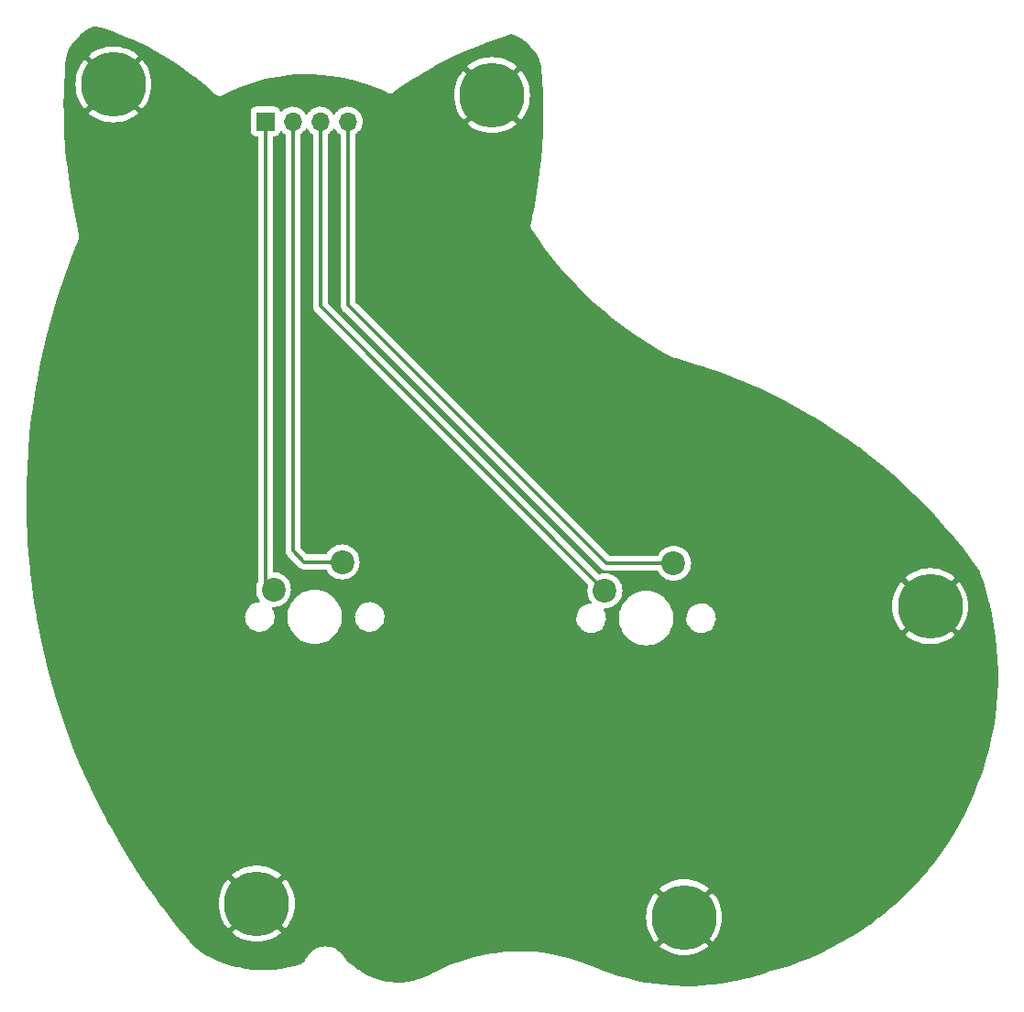
<source format=gbr>
%TF.GenerationSoftware,KiCad,Pcbnew,(6.0.9)*%
%TF.CreationDate,2022-12-22T23:35:39-05:00*%
%TF.ProjectId,Multipurpose_4Layer_Project,4d756c74-6970-4757-9270-6f73655f344c,rev?*%
%TF.SameCoordinates,Original*%
%TF.FileFunction,Copper,L1,Top*%
%TF.FilePolarity,Positive*%
%FSLAX46Y46*%
G04 Gerber Fmt 4.6, Leading zero omitted, Abs format (unit mm)*
G04 Created by KiCad (PCBNEW (6.0.9)) date 2022-12-22 23:35:39*
%MOMM*%
%LPD*%
G01*
G04 APERTURE LIST*
%TA.AperFunction,ComponentPad*%
%ADD10C,0.800000*%
%TD*%
%TA.AperFunction,ComponentPad*%
%ADD11C,6.000000*%
%TD*%
%TA.AperFunction,ComponentPad*%
%ADD12C,2.200000*%
%TD*%
%TA.AperFunction,ComponentPad*%
%ADD13R,1.700000X1.700000*%
%TD*%
%TA.AperFunction,ComponentPad*%
%ADD14O,1.700000X1.700000*%
%TD*%
%TA.AperFunction,Conductor*%
%ADD15C,0.350000*%
%TD*%
G04 APERTURE END LIST*
D10*
%TO.P,H2,1,1*%
%TO.N,GND*%
X147840990Y-58840990D03*
X148500000Y-57250000D03*
X144659010Y-55659010D03*
X144659010Y-58840990D03*
X146250000Y-55000000D03*
X146250000Y-59500000D03*
X147840990Y-55659010D03*
D11*
X146250000Y-57250000D03*
D10*
X144000000Y-57250000D03*
%TD*%
D12*
%TO.P,SW2,1,1*%
%TO.N,Net-(J1-Pad4)*%
X163040000Y-100520000D03*
%TO.P,SW2,2,2*%
%TO.N,Net-(J1-Pad3)*%
X156690000Y-103060000D03*
%TD*%
D10*
%TO.P,H1,1,1*%
%TO.N,GND*%
X109659010Y-54659010D03*
X109659010Y-57840990D03*
X111250000Y-54000000D03*
X112840990Y-54659010D03*
X111250000Y-58500000D03*
D11*
X111250000Y-56250000D03*
D10*
X112840990Y-57840990D03*
X113500000Y-56250000D03*
X109000000Y-56250000D03*
%TD*%
D13*
%TO.P,J1,1,Pin_1*%
%TO.N,Net-(J1-Pad1)*%
X125300000Y-59675000D03*
D14*
%TO.P,J1,2,Pin_2*%
%TO.N,Net-(SW1-Pad1)*%
X127840000Y-59675000D03*
%TO.P,J1,3,Pin_3*%
%TO.N,Net-(J1-Pad3)*%
X130380000Y-59675000D03*
%TO.P,J1,4,Pin_4*%
%TO.N,Net-(J1-Pad4)*%
X132920000Y-59675000D03*
%TD*%
D12*
%TO.P,SW1,1,1*%
%TO.N,Net-(SW1-Pad1)*%
X132400000Y-100400000D03*
%TO.P,SW1,2,2*%
%TO.N,Net-(J1-Pad1)*%
X126050000Y-102940000D03*
%TD*%
D10*
%TO.P,H4,1,1*%
%TO.N,GND*%
X164000000Y-131000000D03*
X161750000Y-133250000D03*
X162409010Y-131659010D03*
X164000000Y-135500000D03*
D11*
X164000000Y-133250000D03*
D10*
X162409010Y-134840990D03*
X165590990Y-134840990D03*
X165590990Y-131659010D03*
X166250000Y-133250000D03*
%TD*%
%TO.P,H5,1,1*%
%TO.N,GND*%
X126090990Y-133590990D03*
X126090990Y-130409010D03*
X126750000Y-132000000D03*
X122909010Y-133590990D03*
X124500000Y-134250000D03*
D11*
X124500000Y-132000000D03*
D10*
X124500000Y-129750000D03*
X122909010Y-130409010D03*
X122250000Y-132000000D03*
%TD*%
%TO.P,H3,1,1*%
%TO.N,GND*%
X189000000Y-104500000D03*
X184500000Y-104500000D03*
X186750000Y-106750000D03*
X186750000Y-102250000D03*
X188340990Y-102909010D03*
X188340990Y-106090990D03*
X185159010Y-102909010D03*
D11*
X186750000Y-104500000D03*
D10*
X185159010Y-106090990D03*
%TD*%
D15*
%TO.N,Net-(SW1-Pad1)*%
X128900000Y-100400000D02*
X132400000Y-100400000D01*
X127840000Y-99340000D02*
X128900000Y-100400000D01*
X127840000Y-59675000D02*
X127840000Y-99340000D01*
%TO.N,Net-(J1-Pad1)*%
X125300000Y-102190000D02*
X126050000Y-102940000D01*
X125300000Y-59675000D02*
X125300000Y-102190000D01*
%TO.N,Net-(J1-Pad3)*%
X130380000Y-76750000D02*
X156690000Y-103060000D01*
X130380000Y-59675000D02*
X130380000Y-76750000D01*
%TO.N,Net-(J1-Pad4)*%
X132920000Y-59675000D02*
X132920000Y-76620000D01*
X132920000Y-76620000D02*
X156820000Y-100520000D01*
X156820000Y-100520000D02*
X163040000Y-100520000D01*
%TD*%
%TA.AperFunction,Conductor*%
%TO.N,GND*%
G36*
X110398955Y-51114797D02*
G01*
X110403247Y-51116206D01*
X111350092Y-51446006D01*
X111354291Y-51447554D01*
X112288684Y-51811078D01*
X112292844Y-51812783D01*
X112781066Y-52023173D01*
X113213600Y-52209566D01*
X113217716Y-52211428D01*
X114123640Y-52640957D01*
X114127686Y-52642965D01*
X114456250Y-52813433D01*
X114993019Y-53091924D01*
X115017630Y-53104693D01*
X115021593Y-53106840D01*
X115894415Y-53600174D01*
X115898302Y-53602464D01*
X116752923Y-54126799D01*
X116756679Y-54129198D01*
X117574900Y-54672506D01*
X117591930Y-54683814D01*
X117595635Y-54686371D01*
X118410475Y-55270580D01*
X118414072Y-55273258D01*
X118797964Y-55569894D01*
X119207428Y-55886289D01*
X119210953Y-55889115D01*
X119242721Y-55915534D01*
X119965316Y-56516463D01*
X119981811Y-56530181D01*
X119985222Y-56533122D01*
X120176496Y-56704154D01*
X120699752Y-57172036D01*
X120714618Y-57187835D01*
X120718915Y-57193271D01*
X120726181Y-57202465D01*
X120736963Y-57210122D01*
X120754811Y-57225498D01*
X120763975Y-57235025D01*
X120800405Y-57255900D01*
X120810696Y-57262481D01*
X120824363Y-57272186D01*
X120844941Y-57286799D01*
X120853420Y-57289731D01*
X120853425Y-57289734D01*
X120857437Y-57291121D01*
X120878896Y-57300876D01*
X120890355Y-57307443D01*
X120899084Y-57309541D01*
X120899087Y-57309542D01*
X120931178Y-57317255D01*
X120942917Y-57320687D01*
X120974115Y-57331477D01*
X120974119Y-57331478D01*
X120982597Y-57334410D01*
X120995593Y-57335041D01*
X120995799Y-57335051D01*
X121019128Y-57338390D01*
X121031980Y-57341479D01*
X121040942Y-57341043D01*
X121040943Y-57341043D01*
X121073906Y-57339439D01*
X121086139Y-57339438D01*
X121119117Y-57341039D01*
X121119119Y-57341039D01*
X121128084Y-57341474D01*
X121136811Y-57339376D01*
X121136817Y-57339375D01*
X121140941Y-57338383D01*
X121164263Y-57335041D01*
X121168500Y-57334835D01*
X121168504Y-57334834D01*
X121177465Y-57334398D01*
X121217141Y-57320670D01*
X121228874Y-57317238D01*
X121269704Y-57307420D01*
X121277492Y-57302956D01*
X121277495Y-57302955D01*
X121281176Y-57300845D01*
X121302627Y-57291091D01*
X121306635Y-57289704D01*
X121306637Y-57289703D01*
X121315116Y-57286769D01*
X121335654Y-57272181D01*
X121352224Y-57262231D01*
X121357522Y-57259580D01*
X121370069Y-57253301D01*
X142737359Y-57253301D01*
X142756257Y-57613896D01*
X142756945Y-57620440D01*
X142813433Y-57977099D01*
X142814802Y-57983537D01*
X142908260Y-58332328D01*
X142910300Y-58338605D01*
X143039704Y-58675714D01*
X143042380Y-58681725D01*
X143206317Y-59003468D01*
X143209613Y-59009177D01*
X143406279Y-59312016D01*
X143410146Y-59317338D01*
X143583678Y-59531634D01*
X143595933Y-59540100D01*
X143607024Y-59533766D01*
X145877978Y-57262812D01*
X145884356Y-57251132D01*
X146614408Y-57251132D01*
X146614539Y-57252965D01*
X146618790Y-57259580D01*
X148892110Y-59532900D01*
X148905186Y-59540040D01*
X148915554Y-59532582D01*
X149089854Y-59317338D01*
X149093721Y-59312016D01*
X149290387Y-59009177D01*
X149293683Y-59003468D01*
X149457620Y-58681725D01*
X149460296Y-58675714D01*
X149589700Y-58338605D01*
X149591740Y-58332328D01*
X149685198Y-57983537D01*
X149686567Y-57977099D01*
X149743055Y-57620440D01*
X149743743Y-57613896D01*
X149762641Y-57253301D01*
X149762641Y-57246699D01*
X149743743Y-56886104D01*
X149743055Y-56879560D01*
X149686567Y-56522901D01*
X149685198Y-56516463D01*
X149591740Y-56167672D01*
X149589700Y-56161395D01*
X149460296Y-55824286D01*
X149457620Y-55818275D01*
X149293683Y-55496532D01*
X149290387Y-55490823D01*
X149093721Y-55187984D01*
X149089854Y-55182662D01*
X148916322Y-54968366D01*
X148904067Y-54959900D01*
X148892976Y-54966234D01*
X146622022Y-57237188D01*
X146614408Y-57251132D01*
X145884356Y-57251132D01*
X145885592Y-57248868D01*
X145885461Y-57247035D01*
X145881210Y-57240420D01*
X143607890Y-54967100D01*
X143594814Y-54959960D01*
X143584446Y-54967418D01*
X143410146Y-55182662D01*
X143406279Y-55187984D01*
X143209613Y-55490823D01*
X143206317Y-55496532D01*
X143042380Y-55818275D01*
X143039704Y-55824286D01*
X142910300Y-56161395D01*
X142908260Y-56167672D01*
X142814802Y-56516463D01*
X142813433Y-56522901D01*
X142756945Y-56879560D01*
X142756257Y-56886104D01*
X142737359Y-57246699D01*
X142737359Y-57253301D01*
X121370069Y-57253301D01*
X121706179Y-57085098D01*
X122025191Y-56925452D01*
X122030566Y-56922918D01*
X122750743Y-56604043D01*
X122756199Y-56601780D01*
X123490593Y-56317226D01*
X123496155Y-56315220D01*
X124243159Y-56065608D01*
X124248840Y-56063858D01*
X124508440Y-55990524D01*
X125006770Y-55849752D01*
X125012509Y-55848276D01*
X125779697Y-55670147D01*
X125785496Y-55668944D01*
X126560216Y-55527191D01*
X126566067Y-55526261D01*
X127346638Y-55421193D01*
X127352515Y-55420543D01*
X128137187Y-55352397D01*
X128143088Y-55352025D01*
X128872871Y-55323215D01*
X128930066Y-55320957D01*
X128936008Y-55320863D01*
X129104747Y-55322165D01*
X129723561Y-55326938D01*
X129729495Y-55327124D01*
X130515895Y-55370329D01*
X130521818Y-55370795D01*
X131305282Y-55451032D01*
X131311178Y-55451776D01*
X132090023Y-55568872D01*
X132095877Y-55569894D01*
X132484466Y-55647208D01*
X132868332Y-55723584D01*
X132874098Y-55724873D01*
X133638466Y-55914822D01*
X133644153Y-55916379D01*
X134398710Y-56142158D01*
X134404343Y-56143989D01*
X134974316Y-56344272D01*
X135147397Y-56405091D01*
X135152954Y-56407192D01*
X135882879Y-56703047D01*
X135888293Y-56705391D01*
X136262381Y-56877978D01*
X136549677Y-57010523D01*
X136559735Y-57015724D01*
X136566726Y-57019747D01*
X136573791Y-57025280D01*
X136582126Y-57028608D01*
X136586439Y-57031090D01*
X136590872Y-57033331D01*
X136598229Y-57038476D01*
X136606731Y-57041348D01*
X136606732Y-57041349D01*
X136650992Y-57056302D01*
X136657381Y-57058655D01*
X136709065Y-57079291D01*
X136717999Y-57080146D01*
X136722842Y-57081319D01*
X136727716Y-57082224D01*
X136736223Y-57085098D01*
X136769110Y-57086458D01*
X136791852Y-57087398D01*
X136798648Y-57087863D01*
X136845124Y-57092310D01*
X136854060Y-57093165D01*
X136862875Y-57091478D01*
X136867833Y-57091246D01*
X136872785Y-57090744D01*
X136881757Y-57091115D01*
X136935802Y-57077708D01*
X136942441Y-57076251D01*
X136988307Y-57067473D01*
X136988308Y-57067473D01*
X136997121Y-57065786D01*
X137005107Y-57061693D01*
X137009802Y-57060078D01*
X137014415Y-57058207D01*
X137023130Y-57056045D01*
X137030885Y-57051526D01*
X137030889Y-57051524D01*
X137065070Y-57031604D01*
X137071238Y-57028009D01*
X137077181Y-57024757D01*
X137126748Y-56999355D01*
X137133264Y-56993186D01*
X137137299Y-56990331D01*
X137141220Y-56987225D01*
X137148976Y-56982705D01*
X137155668Y-56975645D01*
X137174695Y-56959218D01*
X138050274Y-56344272D01*
X138053558Y-56342041D01*
X138993348Y-55725278D01*
X138996702Y-55723152D01*
X139441277Y-55451032D01*
X139955464Y-55136304D01*
X139958849Y-55134305D01*
X140904066Y-54595933D01*
X143959900Y-54595933D01*
X143966234Y-54607024D01*
X146237188Y-56877978D01*
X146251132Y-56885592D01*
X146252965Y-56885461D01*
X146259580Y-56881210D01*
X148532900Y-54607890D01*
X148540040Y-54594814D01*
X148532582Y-54584446D01*
X148317338Y-54410146D01*
X148312016Y-54406279D01*
X148009177Y-54209613D01*
X148003468Y-54206317D01*
X147681725Y-54042380D01*
X147675714Y-54039704D01*
X147338605Y-53910300D01*
X147332328Y-53908260D01*
X146983537Y-53814802D01*
X146977099Y-53813433D01*
X146620440Y-53756945D01*
X146613896Y-53756257D01*
X146253301Y-53737359D01*
X146246699Y-53737359D01*
X145886104Y-53756257D01*
X145879560Y-53756945D01*
X145522901Y-53813433D01*
X145516463Y-53814802D01*
X145167672Y-53908260D01*
X145161395Y-53910300D01*
X144824286Y-54039704D01*
X144818275Y-54042380D01*
X144496532Y-54206317D01*
X144490823Y-54209613D01*
X144187984Y-54406279D01*
X144182662Y-54410146D01*
X143968366Y-54583678D01*
X143959900Y-54595933D01*
X140904066Y-54595933D01*
X140935618Y-54577962D01*
X140939052Y-54576077D01*
X141932921Y-54050758D01*
X141936458Y-54048960D01*
X141955391Y-54039704D01*
X142946328Y-53555244D01*
X142949857Y-53553588D01*
X143974813Y-53091924D01*
X143978457Y-53090351D01*
X145017395Y-52661234D01*
X145021088Y-52659776D01*
X146073051Y-52263599D01*
X146076789Y-52262258D01*
X147140718Y-51899423D01*
X147144496Y-51898201D01*
X148033629Y-51625933D01*
X148111083Y-51627118D01*
X148176803Y-51649464D01*
X148285101Y-51686288D01*
X148295634Y-51690406D01*
X148494129Y-51778501D01*
X148625432Y-51836775D01*
X148635569Y-51841831D01*
X148828675Y-51949247D01*
X148924349Y-52002466D01*
X148950885Y-52017227D01*
X148960524Y-52023171D01*
X149126636Y-52136223D01*
X149258823Y-52226187D01*
X149267878Y-52232965D01*
X149505097Y-52427759D01*
X149546731Y-52461947D01*
X149555153Y-52469522D01*
X149598563Y-52512247D01*
X149812317Y-52722629D01*
X149820017Y-52730921D01*
X150053412Y-53006109D01*
X150060343Y-53015069D01*
X150268059Y-53310079D01*
X150274158Y-53319625D01*
X150454548Y-53632115D01*
X150459765Y-53642171D01*
X150610201Y-53967100D01*
X150611354Y-53969591D01*
X150615645Y-53980069D01*
X150669018Y-54129214D01*
X150737223Y-54319806D01*
X150740555Y-54330631D01*
X150812226Y-54607024D01*
X150821652Y-54643373D01*
X150825499Y-54668156D01*
X150826160Y-54680316D01*
X150827455Y-54683990D01*
X150828004Y-54688059D01*
X150908577Y-55807195D01*
X150911085Y-55842024D01*
X150911272Y-55845183D01*
X150967676Y-57057392D01*
X150968008Y-57064521D01*
X150968116Y-57067702D01*
X150973460Y-57320687D01*
X150993895Y-58288066D01*
X150993922Y-58291263D01*
X150991555Y-58847617D01*
X150989004Y-59447342D01*
X150988729Y-59511874D01*
X150988675Y-59515059D01*
X150988121Y-59533766D01*
X150952512Y-60735199D01*
X150952376Y-60738393D01*
X150885271Y-61957134D01*
X150885055Y-61960324D01*
X150787046Y-63177017D01*
X150786749Y-63180201D01*
X150657899Y-64394019D01*
X150657521Y-64397193D01*
X150497919Y-65607320D01*
X150497461Y-65610485D01*
X150307202Y-66816196D01*
X150306665Y-66819340D01*
X150103244Y-67925404D01*
X150085868Y-68019881D01*
X150085249Y-68023018D01*
X149847215Y-69155013D01*
X149844060Y-69167038D01*
X149844023Y-69167156D01*
X149840135Y-69175241D01*
X149838672Y-69184093D01*
X149835968Y-69192655D01*
X149835960Y-69192653D01*
X149835393Y-69194709D01*
X149835402Y-69194711D01*
X149833338Y-69203441D01*
X149830053Y-69211800D01*
X149829247Y-69220743D01*
X149825617Y-69260998D01*
X149824444Y-69270199D01*
X149816389Y-69318950D01*
X149817470Y-69327862D01*
X149817277Y-69336838D01*
X149817269Y-69336838D01*
X149817301Y-69338962D01*
X149817310Y-69338962D01*
X149817780Y-69347932D01*
X149816974Y-69356869D01*
X149826520Y-69405307D01*
X149827980Y-69414491D01*
X149833932Y-69463547D01*
X149837470Y-69471796D01*
X149839804Y-69480465D01*
X149839797Y-69480467D01*
X149840427Y-69482505D01*
X149840435Y-69482502D01*
X149843402Y-69490976D01*
X149845137Y-69499778D01*
X149849272Y-69507738D01*
X149849274Y-69507745D01*
X149867899Y-69543603D01*
X149871879Y-69552008D01*
X149891354Y-69597409D01*
X149894681Y-69602719D01*
X149895440Y-69603931D01*
X149895444Y-69603936D01*
X149898019Y-69608046D01*
X149900636Y-69611065D01*
X149902566Y-69613811D01*
X149910690Y-69625986D01*
X149912276Y-69629039D01*
X149913372Y-69630184D01*
X149913563Y-69630730D01*
X149913766Y-69630595D01*
X150522863Y-70543459D01*
X150523449Y-70544278D01*
X150523466Y-70544302D01*
X150541852Y-70569980D01*
X151177745Y-71458082D01*
X151862443Y-72350603D01*
X152576212Y-73220051D01*
X153318274Y-74065479D01*
X154087822Y-74885967D01*
X154088550Y-74886694D01*
X154088563Y-74886707D01*
X154883296Y-75679901D01*
X154883314Y-75679919D01*
X154884019Y-75680622D01*
X155189815Y-75966321D01*
X155705248Y-76447880D01*
X155705273Y-76447903D01*
X155705997Y-76448579D01*
X155706764Y-76449249D01*
X155706791Y-76449274D01*
X156552055Y-77188296D01*
X156552075Y-77188313D01*
X156552862Y-77189001D01*
X156553687Y-77189675D01*
X156553691Y-77189679D01*
X157422877Y-77900419D01*
X157422899Y-77900437D01*
X157423691Y-77901084D01*
X158317537Y-78584051D01*
X158318363Y-78584640D01*
X158900200Y-78999540D01*
X159233427Y-79237160D01*
X159234295Y-79237736D01*
X159234307Y-79237745D01*
X160169487Y-79859115D01*
X160169503Y-79859125D01*
X160170365Y-79859698D01*
X161127328Y-80450990D01*
X161128213Y-80451498D01*
X161128226Y-80451505D01*
X162102384Y-81009878D01*
X162102403Y-81009889D01*
X162103278Y-81010390D01*
X162104197Y-81010877D01*
X163079029Y-81527684D01*
X163083425Y-81530224D01*
X163085776Y-81531965D01*
X163091150Y-81534784D01*
X163092576Y-81535533D01*
X163092580Y-81535535D01*
X163096892Y-81537797D01*
X163139021Y-81552168D01*
X163149479Y-81556265D01*
X163181946Y-81570684D01*
X163181948Y-81570685D01*
X163190152Y-81574328D01*
X163200737Y-81575749D01*
X163224636Y-81581373D01*
X163226250Y-81581924D01*
X163226258Y-81581926D01*
X163234750Y-81584822D01*
X163243717Y-81585219D01*
X163250165Y-81586435D01*
X163261243Y-81589048D01*
X164083031Y-81822588D01*
X164497363Y-81940335D01*
X164500598Y-81941302D01*
X165341470Y-82204815D01*
X165788409Y-82344877D01*
X165791591Y-82345921D01*
X166095492Y-82450180D01*
X167068125Y-82783861D01*
X167071304Y-82784999D01*
X168335675Y-83257003D01*
X168338782Y-83258210D01*
X168943645Y-83502674D01*
X169590061Y-83763932D01*
X169593175Y-83765240D01*
X170830391Y-84304286D01*
X170833468Y-84305676D01*
X172055809Y-84877690D01*
X172058848Y-84879162D01*
X173265420Y-85483726D01*
X173268419Y-85485279D01*
X174458394Y-86121980D01*
X174461306Y-86123589D01*
X175633785Y-86791947D01*
X175636658Y-86793636D01*
X176091306Y-87069202D01*
X176790817Y-87493182D01*
X176793681Y-87494971D01*
X177928659Y-88225181D01*
X177931438Y-88227022D01*
X178685239Y-88741069D01*
X179046448Y-88987392D01*
X179049212Y-88989332D01*
X180143412Y-89779285D01*
X180146123Y-89781298D01*
X181218755Y-90600285D01*
X181221412Y-90602370D01*
X182271759Y-91449846D01*
X182274358Y-91452002D01*
X183301552Y-92327266D01*
X183304093Y-92329490D01*
X184307518Y-93232017D01*
X184309991Y-93234302D01*
X184375903Y-93296862D01*
X185288835Y-94163362D01*
X185291253Y-94165719D01*
X186244860Y-95120688D01*
X186247214Y-95123109D01*
X187174906Y-96103309D01*
X187177194Y-96105793D01*
X188078253Y-97110465D01*
X188080474Y-97113009D01*
X188954290Y-98141473D01*
X188956442Y-98144075D01*
X189802441Y-99195659D01*
X189804477Y-99198260D01*
X190256531Y-99792072D01*
X190621955Y-100272089D01*
X190623964Y-100274803D01*
X191362003Y-101300173D01*
X191379059Y-101333298D01*
X191550163Y-101837616D01*
X191680845Y-102222792D01*
X191688102Y-102244183D01*
X191689518Y-102248626D01*
X191988444Y-103250072D01*
X191989695Y-103254564D01*
X192251363Y-104266401D01*
X192252447Y-104270937D01*
X192303445Y-104503301D01*
X192459301Y-105213428D01*
X192476495Y-105291771D01*
X192477408Y-105296333D01*
X192555092Y-105725592D01*
X192663526Y-106324760D01*
X192664271Y-106329363D01*
X192812201Y-107363942D01*
X192812776Y-107368570D01*
X192922323Y-108407942D01*
X192922726Y-108412588D01*
X192993735Y-109455288D01*
X192993966Y-109459946D01*
X193026343Y-110504578D01*
X193026401Y-110509241D01*
X193020098Y-111554354D01*
X193019983Y-111559016D01*
X192975011Y-112603157D01*
X192974724Y-112607811D01*
X192891146Y-113649556D01*
X192890688Y-113654197D01*
X192768610Y-114692204D01*
X192767979Y-114696825D01*
X192607582Y-115729552D01*
X192606781Y-115734146D01*
X192408277Y-116760231D01*
X192407307Y-116764792D01*
X192170968Y-117782830D01*
X192169830Y-117787353D01*
X191895975Y-118795973D01*
X191894670Y-118800450D01*
X191583679Y-119798241D01*
X191582209Y-119802666D01*
X191304112Y-120590966D01*
X191234515Y-120788246D01*
X191232882Y-120792615D01*
X190848954Y-121764655D01*
X190847161Y-121768960D01*
X190427521Y-122726140D01*
X190425570Y-122730375D01*
X189971999Y-123668884D01*
X189970799Y-123671366D01*
X189968692Y-123675527D01*
X189479410Y-124599045D01*
X189477151Y-124603124D01*
X188954046Y-125507877D01*
X188951638Y-125511871D01*
X188395376Y-126396702D01*
X188392821Y-126400603D01*
X187804227Y-127264200D01*
X187801530Y-127268004D01*
X187181375Y-128109238D01*
X187178539Y-128112940D01*
X186744489Y-128658260D01*
X186527671Y-128930659D01*
X186524699Y-128934254D01*
X185844025Y-129727319D01*
X185840923Y-129730800D01*
X185131353Y-130498149D01*
X185128126Y-130501512D01*
X185045538Y-130584446D01*
X184390671Y-131242054D01*
X184387320Y-131245297D01*
X183622954Y-131958053D01*
X183619485Y-131961170D01*
X183480326Y-132081621D01*
X182829243Y-132645175D01*
X182825693Y-132648134D01*
X182485768Y-132921026D01*
X182010699Y-133302410D01*
X182007009Y-133305262D01*
X181168360Y-133928936D01*
X181164574Y-133931644D01*
X181089115Y-133983537D01*
X180303436Y-134523844D01*
X180299546Y-134526415D01*
X179417053Y-135086363D01*
X179413069Y-135088788D01*
X178510497Y-135615674D01*
X178506427Y-135617950D01*
X177584971Y-136111078D01*
X177580824Y-136113200D01*
X176641711Y-136571912D01*
X176637513Y-136573867D01*
X175682091Y-136997503D01*
X175677804Y-136999310D01*
X175054625Y-137248461D01*
X174707357Y-137387301D01*
X174702995Y-137388952D01*
X173718849Y-137740769D01*
X173714461Y-137742247D01*
X173455057Y-137824288D01*
X172717980Y-138057401D01*
X172713508Y-138058725D01*
X172425050Y-138138341D01*
X171748464Y-138325082D01*
X171727062Y-138329038D01*
X171708596Y-138330822D01*
X171700266Y-138334157D01*
X171699022Y-138334655D01*
X171675294Y-138341545D01*
X171665158Y-138343436D01*
X171657152Y-138347492D01*
X171657151Y-138347492D01*
X171641809Y-138355263D01*
X171624407Y-138362498D01*
X170833805Y-138623759D01*
X170829060Y-138625224D01*
X169994161Y-138865073D01*
X169989362Y-138866350D01*
X169818707Y-138908172D01*
X169145624Y-139073122D01*
X169140799Y-139074204D01*
X168777483Y-139148197D01*
X168289612Y-139247557D01*
X168284727Y-139248452D01*
X167839811Y-139320937D01*
X167427351Y-139388133D01*
X167422464Y-139388831D01*
X166760677Y-139470027D01*
X166560250Y-139494618D01*
X166555310Y-139495126D01*
X166359366Y-139511361D01*
X165689575Y-139566856D01*
X165684635Y-139567168D01*
X164816757Y-139604727D01*
X164811842Y-139604842D01*
X164380899Y-139606495D01*
X163943146Y-139608174D01*
X163938181Y-139608095D01*
X163334367Y-139586602D01*
X163070065Y-139577193D01*
X163065128Y-139576921D01*
X162743956Y-139552788D01*
X162198867Y-139511831D01*
X162193923Y-139511361D01*
X161330942Y-139412192D01*
X161326021Y-139411528D01*
X160753866Y-139322814D01*
X160467605Y-139278428D01*
X160462746Y-139277577D01*
X159610197Y-139110745D01*
X159605346Y-139109695D01*
X158760098Y-138909412D01*
X158755289Y-138908172D01*
X158410898Y-138812089D01*
X157918568Y-138674732D01*
X157913839Y-138673312D01*
X157086920Y-138407066D01*
X157082282Y-138405471D01*
X156330065Y-138130117D01*
X156314138Y-138122531D01*
X156314060Y-138122689D01*
X156307175Y-138119271D01*
X156302816Y-138117107D01*
X156298872Y-138115859D01*
X156296523Y-138114854D01*
X156281462Y-138108031D01*
X156273818Y-138104568D01*
X156271903Y-138103459D01*
X156271772Y-138103427D01*
X156270926Y-138102759D01*
X156270738Y-138103173D01*
X155572342Y-137786790D01*
X155570972Y-137786245D01*
X155570954Y-137786237D01*
X155034316Y-137572626D01*
X154827508Y-137490305D01*
X154069689Y-137228785D01*
X153300527Y-137002796D01*
X152922383Y-136910561D01*
X152523095Y-136813169D01*
X152523077Y-136813165D01*
X152521687Y-136812826D01*
X152520289Y-136812553D01*
X152520279Y-136812551D01*
X152238422Y-136757551D01*
X151734853Y-136659287D01*
X151733442Y-136659079D01*
X151733423Y-136659076D01*
X150943192Y-136542727D01*
X150943175Y-136542725D01*
X150941729Y-136542512D01*
X150940276Y-136542367D01*
X150940262Y-136542365D01*
X150145483Y-136462898D01*
X150145484Y-136462898D01*
X150144033Y-136462753D01*
X150142579Y-136462676D01*
X150142570Y-136462675D01*
X149820060Y-136445525D01*
X149343490Y-136420183D01*
X149342016Y-136420173D01*
X149342007Y-136420173D01*
X148960320Y-136417655D01*
X148541833Y-136414893D01*
X148540390Y-136414951D01*
X148540369Y-136414951D01*
X148141791Y-136430876D01*
X147740798Y-136446896D01*
X147557852Y-136462753D01*
X146943592Y-136515994D01*
X146943578Y-136515996D01*
X146942119Y-136516122D01*
X146940658Y-136516317D01*
X146940653Y-136516318D01*
X146562077Y-136566963D01*
X146147523Y-136622421D01*
X146146076Y-136622684D01*
X146146067Y-136622685D01*
X145360179Y-136765300D01*
X145360162Y-136765304D01*
X145358732Y-136765563D01*
X144577452Y-136945239D01*
X144576074Y-136945624D01*
X144576063Y-136945627D01*
X144320336Y-137017111D01*
X143805375Y-137161059D01*
X143803968Y-137161524D01*
X143045578Y-137412092D01*
X143045560Y-137412098D01*
X143044172Y-137412557D01*
X143042794Y-137413085D01*
X143042790Y-137413086D01*
X142688081Y-137548885D01*
X142295490Y-137699187D01*
X141560950Y-138020329D01*
X140861524Y-138365719D01*
X140856550Y-138367973D01*
X140853074Y-138369107D01*
X140848721Y-138371317D01*
X140846232Y-138372580D01*
X140846229Y-138372582D01*
X140841881Y-138374789D01*
X140837928Y-138377636D01*
X140833768Y-138380169D01*
X140833756Y-138380149D01*
X140832042Y-138381252D01*
X140824898Y-138384084D01*
X140817819Y-138389599D01*
X140817818Y-138389600D01*
X140807693Y-138397489D01*
X140789969Y-138409046D01*
X140396144Y-138621012D01*
X140387525Y-138625236D01*
X139949720Y-138819467D01*
X139940804Y-138823023D01*
X139825266Y-138864070D01*
X139489459Y-138983370D01*
X139480319Y-138986230D01*
X139156343Y-139074206D01*
X139018097Y-139111747D01*
X139008744Y-139113908D01*
X138902458Y-139134234D01*
X138538310Y-139203873D01*
X138528831Y-139205314D01*
X138396212Y-139220332D01*
X138052904Y-139259206D01*
X138043332Y-139259922D01*
X137794949Y-139269006D01*
X137564680Y-139277427D01*
X137555104Y-139277412D01*
X137178412Y-139262470D01*
X137076507Y-139258428D01*
X137066937Y-139257682D01*
X136591205Y-139202323D01*
X136581720Y-139200852D01*
X136111554Y-139109432D01*
X136102208Y-139107242D01*
X135640380Y-138980298D01*
X135631228Y-138977403D01*
X135180406Y-138815672D01*
X135171501Y-138812089D01*
X134734294Y-138616505D01*
X134725687Y-138612254D01*
X134304647Y-138383959D01*
X134296389Y-138379066D01*
X133929274Y-138142175D01*
X133893930Y-138119368D01*
X133886073Y-138113863D01*
X133504556Y-137824284D01*
X133497159Y-137818212D01*
X133138801Y-137500436D01*
X133131867Y-137493799D01*
X132798728Y-137149652D01*
X132792320Y-137142506D01*
X132637369Y-136955887D01*
X132516896Y-136810792D01*
X132504401Y-136791843D01*
X132504258Y-136791931D01*
X132501711Y-136787780D01*
X132499495Y-136783451D01*
X132496305Y-136779054D01*
X132494988Y-136777237D01*
X132494983Y-136777231D01*
X132492124Y-136773290D01*
X132491606Y-136772769D01*
X132491252Y-136772121D01*
X132487073Y-136767937D01*
X132485933Y-136766598D01*
X132481635Y-136761943D01*
X132318020Y-136570159D01*
X132318017Y-136570156D01*
X132315293Y-136566963D01*
X132151760Y-136420183D01*
X132116217Y-136388281D01*
X132116212Y-136388277D01*
X132113099Y-136385483D01*
X131888621Y-136232425D01*
X131645825Y-136110494D01*
X131389001Y-136021844D01*
X131384898Y-136021015D01*
X131126788Y-135968869D01*
X131126783Y-135968868D01*
X131122688Y-135968041D01*
X130851592Y-135950037D01*
X130847416Y-135950316D01*
X130847412Y-135950316D01*
X130584676Y-135967870D01*
X130584673Y-135967870D01*
X130580503Y-135968149D01*
X130314212Y-136022058D01*
X130157173Y-136076335D01*
X130061389Y-136109440D01*
X130061386Y-136109441D01*
X130057423Y-136110811D01*
X130053672Y-136112696D01*
X130053671Y-136112697D01*
X129818423Y-136230955D01*
X129818418Y-136230958D01*
X129814676Y-136232839D01*
X129811217Y-136235199D01*
X129811211Y-136235203D01*
X129594454Y-136383124D01*
X129590259Y-136385987D01*
X129388137Y-136567547D01*
X129211883Y-136774313D01*
X129209609Y-136777838D01*
X129209607Y-136777841D01*
X129179450Y-136824594D01*
X129064612Y-137002629D01*
X129062830Y-137006416D01*
X128957662Y-137229894D01*
X128948924Y-137248461D01*
X128906559Y-137382183D01*
X128903477Y-137391910D01*
X128863835Y-137450808D01*
X128826426Y-137472266D01*
X128550411Y-137572632D01*
X128543485Y-137574925D01*
X128240399Y-137665600D01*
X127943448Y-137754439D01*
X127936407Y-137756325D01*
X127326982Y-137900710D01*
X127319832Y-137902187D01*
X127072831Y-137945748D01*
X126703067Y-138010960D01*
X126695829Y-138012021D01*
X126663043Y-138015858D01*
X126073782Y-138084820D01*
X126066515Y-138085457D01*
X125782599Y-138102067D01*
X125441293Y-138122034D01*
X125433981Y-138122249D01*
X125119861Y-138122366D01*
X124807685Y-138122482D01*
X124800395Y-138122272D01*
X124175150Y-138086159D01*
X124167889Y-138085528D01*
X123545761Y-138013187D01*
X123538539Y-138012133D01*
X123101080Y-137935317D01*
X122921692Y-137903817D01*
X122914527Y-137902343D01*
X122697392Y-137851069D01*
X122305002Y-137758410D01*
X122297957Y-137756529D01*
X121697810Y-137577467D01*
X121690868Y-137575175D01*
X121687302Y-137573881D01*
X121117671Y-137367226D01*
X121102133Y-137361589D01*
X121095332Y-137358896D01*
X120847798Y-137252460D01*
X120519962Y-137111495D01*
X120513359Y-137108425D01*
X119953327Y-136828057D01*
X119946884Y-136824594D01*
X119846111Y-136766598D01*
X119404073Y-136512201D01*
X119397864Y-136508384D01*
X118933353Y-136203864D01*
X118907102Y-136180877D01*
X118848183Y-136112697D01*
X118668856Y-135905186D01*
X161709960Y-135905186D01*
X161717418Y-135915554D01*
X161932662Y-136089854D01*
X161937984Y-136093721D01*
X162240823Y-136290387D01*
X162246532Y-136293683D01*
X162568275Y-136457620D01*
X162574286Y-136460296D01*
X162911395Y-136589700D01*
X162917672Y-136591740D01*
X163266463Y-136685198D01*
X163272901Y-136686567D01*
X163629560Y-136743055D01*
X163636104Y-136743743D01*
X163996699Y-136762641D01*
X164003301Y-136762641D01*
X164363896Y-136743743D01*
X164370440Y-136743055D01*
X164727099Y-136686567D01*
X164733537Y-136685198D01*
X165082328Y-136591740D01*
X165088605Y-136589700D01*
X165425714Y-136460296D01*
X165431725Y-136457620D01*
X165753468Y-136293683D01*
X165759177Y-136290387D01*
X166062016Y-136093721D01*
X166067338Y-136089854D01*
X166281634Y-135916322D01*
X166290100Y-135904067D01*
X166283766Y-135892976D01*
X164012812Y-133622022D01*
X163998868Y-133614408D01*
X163997035Y-133614539D01*
X163990420Y-133618790D01*
X161717100Y-135892110D01*
X161709960Y-135905186D01*
X118668856Y-135905186D01*
X117941042Y-135062985D01*
X117939032Y-135060599D01*
X117925135Y-135043683D01*
X117605958Y-134655186D01*
X122209960Y-134655186D01*
X122217418Y-134665554D01*
X122432662Y-134839854D01*
X122437984Y-134843721D01*
X122740823Y-135040387D01*
X122746532Y-135043683D01*
X123068275Y-135207620D01*
X123074286Y-135210296D01*
X123411395Y-135339700D01*
X123417672Y-135341740D01*
X123766463Y-135435198D01*
X123772901Y-135436567D01*
X124129560Y-135493055D01*
X124136104Y-135493743D01*
X124496699Y-135512641D01*
X124503301Y-135512641D01*
X124863896Y-135493743D01*
X124870440Y-135493055D01*
X125227099Y-135436567D01*
X125233537Y-135435198D01*
X125582328Y-135341740D01*
X125588605Y-135339700D01*
X125925714Y-135210296D01*
X125931725Y-135207620D01*
X126253468Y-135043683D01*
X126259177Y-135040387D01*
X126562016Y-134843721D01*
X126567338Y-134839854D01*
X126781634Y-134666322D01*
X126790100Y-134654067D01*
X126783766Y-134642976D01*
X124512812Y-132372022D01*
X124498868Y-132364408D01*
X124497035Y-132364539D01*
X124490420Y-132368790D01*
X122217100Y-134642110D01*
X122209960Y-134655186D01*
X117605958Y-134655186D01*
X117305966Y-134290040D01*
X116950225Y-133857037D01*
X116948263Y-133854587D01*
X115989760Y-132626783D01*
X115987859Y-132624285D01*
X115527510Y-132003301D01*
X120987359Y-132003301D01*
X121006257Y-132363896D01*
X121006945Y-132370440D01*
X121063433Y-132727099D01*
X121064802Y-132733537D01*
X121158260Y-133082328D01*
X121160300Y-133088605D01*
X121289704Y-133425714D01*
X121292380Y-133431725D01*
X121456317Y-133753468D01*
X121459613Y-133759177D01*
X121656279Y-134062016D01*
X121660146Y-134067338D01*
X121833678Y-134281634D01*
X121845933Y-134290100D01*
X121857024Y-134283766D01*
X124127978Y-132012812D01*
X124134356Y-132001132D01*
X124864408Y-132001132D01*
X124864539Y-132002965D01*
X124868790Y-132009580D01*
X127142110Y-134282900D01*
X127155186Y-134290040D01*
X127165554Y-134282582D01*
X127339854Y-134067338D01*
X127343721Y-134062016D01*
X127540387Y-133759177D01*
X127543683Y-133753468D01*
X127707620Y-133431725D01*
X127710296Y-133425714D01*
X127776479Y-133253301D01*
X160487359Y-133253301D01*
X160506257Y-133613896D01*
X160506945Y-133620440D01*
X160563433Y-133977099D01*
X160564802Y-133983537D01*
X160658260Y-134332328D01*
X160660300Y-134338605D01*
X160789704Y-134675714D01*
X160792380Y-134681725D01*
X160956317Y-135003468D01*
X160959613Y-135009177D01*
X161156279Y-135312016D01*
X161160146Y-135317338D01*
X161333678Y-135531634D01*
X161345933Y-135540100D01*
X161357024Y-135533766D01*
X163627978Y-133262812D01*
X163634356Y-133251132D01*
X164364408Y-133251132D01*
X164364539Y-133252965D01*
X164368790Y-133259580D01*
X166642110Y-135532900D01*
X166655186Y-135540040D01*
X166665554Y-135532582D01*
X166839854Y-135317338D01*
X166843721Y-135312016D01*
X167040387Y-135009177D01*
X167043683Y-135003468D01*
X167207620Y-134681725D01*
X167210296Y-134675714D01*
X167339700Y-134338605D01*
X167341740Y-134332328D01*
X167435198Y-133983537D01*
X167436567Y-133977099D01*
X167493055Y-133620440D01*
X167493743Y-133613896D01*
X167512641Y-133253301D01*
X167512641Y-133246699D01*
X167493743Y-132886104D01*
X167493055Y-132879560D01*
X167436567Y-132522901D01*
X167435198Y-132516463D01*
X167341740Y-132167672D01*
X167339700Y-132161395D01*
X167210296Y-131824286D01*
X167207620Y-131818275D01*
X167043683Y-131496532D01*
X167040387Y-131490823D01*
X166843721Y-131187984D01*
X166839854Y-131182662D01*
X166666322Y-130968366D01*
X166654067Y-130959900D01*
X166642976Y-130966234D01*
X164372022Y-133237188D01*
X164364408Y-133251132D01*
X163634356Y-133251132D01*
X163635592Y-133248868D01*
X163635461Y-133247035D01*
X163631210Y-133240420D01*
X161357890Y-130967100D01*
X161344814Y-130959960D01*
X161334446Y-130967418D01*
X161160146Y-131182662D01*
X161156279Y-131187984D01*
X160959613Y-131490823D01*
X160956317Y-131496532D01*
X160792380Y-131818275D01*
X160789704Y-131824286D01*
X160660300Y-132161395D01*
X160658260Y-132167672D01*
X160564802Y-132516463D01*
X160563433Y-132522901D01*
X160506945Y-132879560D01*
X160506257Y-132886104D01*
X160487359Y-133246699D01*
X160487359Y-133253301D01*
X127776479Y-133253301D01*
X127839700Y-133088605D01*
X127841740Y-133082328D01*
X127935198Y-132733537D01*
X127936567Y-132727099D01*
X127993055Y-132370440D01*
X127993743Y-132363896D01*
X128012641Y-132003301D01*
X128012641Y-131996699D01*
X127993743Y-131636104D01*
X127993055Y-131629560D01*
X127936567Y-131272901D01*
X127935198Y-131266463D01*
X127841740Y-130917672D01*
X127839700Y-130911395D01*
X127718606Y-130595933D01*
X161709900Y-130595933D01*
X161716234Y-130607024D01*
X163987188Y-132877978D01*
X164001132Y-132885592D01*
X164002965Y-132885461D01*
X164009580Y-132881210D01*
X166282900Y-130607890D01*
X166290040Y-130594814D01*
X166282582Y-130584446D01*
X166067338Y-130410146D01*
X166062016Y-130406279D01*
X165759177Y-130209613D01*
X165753468Y-130206317D01*
X165431725Y-130042380D01*
X165425714Y-130039704D01*
X165088605Y-129910300D01*
X165082328Y-129908260D01*
X164733537Y-129814802D01*
X164727099Y-129813433D01*
X164370440Y-129756945D01*
X164363896Y-129756257D01*
X164003301Y-129737359D01*
X163996699Y-129737359D01*
X163636104Y-129756257D01*
X163629560Y-129756945D01*
X163272901Y-129813433D01*
X163266463Y-129814802D01*
X162917672Y-129908260D01*
X162911395Y-129910300D01*
X162574286Y-130039704D01*
X162568275Y-130042380D01*
X162246532Y-130206317D01*
X162240823Y-130209613D01*
X161937984Y-130406279D01*
X161932662Y-130410146D01*
X161718366Y-130583678D01*
X161709900Y-130595933D01*
X127718606Y-130595933D01*
X127710296Y-130574286D01*
X127707620Y-130568275D01*
X127543683Y-130246532D01*
X127540387Y-130240823D01*
X127343721Y-129937984D01*
X127339854Y-129932662D01*
X127166322Y-129718366D01*
X127154067Y-129709900D01*
X127142976Y-129716234D01*
X124872022Y-131987188D01*
X124864408Y-132001132D01*
X124134356Y-132001132D01*
X124135592Y-131998868D01*
X124135461Y-131997035D01*
X124131210Y-131990420D01*
X121857890Y-129717100D01*
X121844814Y-129709960D01*
X121834446Y-129717418D01*
X121660146Y-129932662D01*
X121656279Y-129937984D01*
X121459613Y-130240823D01*
X121456317Y-130246532D01*
X121292380Y-130568275D01*
X121289704Y-130574286D01*
X121160300Y-130911395D01*
X121158260Y-130917672D01*
X121064802Y-131266463D01*
X121063433Y-131272901D01*
X121006945Y-131629560D01*
X121006257Y-131636104D01*
X120987359Y-131996699D01*
X120987359Y-132003301D01*
X115527510Y-132003301D01*
X115060219Y-131372952D01*
X115058381Y-131370407D01*
X114241870Y-130209613D01*
X114162205Y-130096357D01*
X114160437Y-130093776D01*
X113918406Y-129730800D01*
X113661777Y-129345933D01*
X122209900Y-129345933D01*
X122216234Y-129357024D01*
X124487188Y-131627978D01*
X124501132Y-131635592D01*
X124502965Y-131635461D01*
X124509580Y-131631210D01*
X126782900Y-129357890D01*
X126790040Y-129344814D01*
X126782582Y-129334446D01*
X126567338Y-129160146D01*
X126562016Y-129156279D01*
X126259177Y-128959613D01*
X126253468Y-128956317D01*
X125931725Y-128792380D01*
X125925714Y-128789704D01*
X125588605Y-128660300D01*
X125582328Y-128658260D01*
X125233537Y-128564802D01*
X125227099Y-128563433D01*
X124870440Y-128506945D01*
X124863896Y-128506257D01*
X124503301Y-128487359D01*
X124496699Y-128487359D01*
X124136104Y-128506257D01*
X124129560Y-128506945D01*
X123772901Y-128563433D01*
X123766463Y-128564802D01*
X123417672Y-128658260D01*
X123411395Y-128660300D01*
X123074286Y-128789704D01*
X123068275Y-128792380D01*
X122746532Y-128956317D01*
X122740823Y-128959613D01*
X122437984Y-129156279D01*
X122432662Y-129160146D01*
X122218366Y-129333678D01*
X122209900Y-129345933D01*
X113661777Y-129345933D01*
X113401982Y-128956317D01*
X113296280Y-128797795D01*
X113294571Y-128795161D01*
X112863826Y-128112940D01*
X112462966Y-127478051D01*
X112461361Y-127475437D01*
X112110479Y-126887767D01*
X111662801Y-126137976D01*
X111661226Y-126135261D01*
X110896287Y-124778418D01*
X110894779Y-124775665D01*
X110800928Y-124599045D01*
X110490578Y-124014997D01*
X110163833Y-123400094D01*
X110162395Y-123397303D01*
X109465993Y-122004048D01*
X109464624Y-122001223D01*
X108803107Y-120590966D01*
X108801810Y-120588108D01*
X108175654Y-119161858D01*
X108174428Y-119158968D01*
X107583997Y-117717559D01*
X107582843Y-117714639D01*
X107028492Y-116258937D01*
X107027412Y-116255990D01*
X106509511Y-114786967D01*
X106508504Y-114783993D01*
X106027366Y-113302536D01*
X106026433Y-113299539D01*
X105582328Y-111806481D01*
X105581471Y-111803461D01*
X105514083Y-111554354D01*
X105174715Y-110299858D01*
X105173937Y-110296832D01*
X105170168Y-110281380D01*
X104804761Y-108783546D01*
X104804056Y-108780490D01*
X104472701Y-107258497D01*
X104472071Y-107255421D01*
X104304864Y-106383424D01*
X104178719Y-105725568D01*
X104178171Y-105722502D01*
X104163454Y-105633862D01*
X104127243Y-105415774D01*
X123418102Y-105415774D01*
X123426751Y-105646158D01*
X123474093Y-105871791D01*
X123476051Y-105876750D01*
X123476052Y-105876752D01*
X123554270Y-106074810D01*
X123558776Y-106086221D01*
X123678377Y-106283317D01*
X123681874Y-106287347D01*
X123768438Y-106387103D01*
X123829477Y-106457445D01*
X123833608Y-106460832D01*
X124003627Y-106600240D01*
X124003633Y-106600244D01*
X124007755Y-106603624D01*
X124012391Y-106606263D01*
X124012394Y-106606265D01*
X124178076Y-106700577D01*
X124208114Y-106717675D01*
X124424825Y-106796337D01*
X124430074Y-106797286D01*
X124430077Y-106797287D01*
X124647608Y-106836623D01*
X124647615Y-106836624D01*
X124651692Y-106837361D01*
X124669414Y-106838197D01*
X124674356Y-106838430D01*
X124674363Y-106838430D01*
X124675844Y-106838500D01*
X124837890Y-106838500D01*
X124904809Y-106832822D01*
X125004409Y-106824371D01*
X125004413Y-106824370D01*
X125009720Y-106823920D01*
X125014875Y-106822582D01*
X125014881Y-106822581D01*
X125227703Y-106767343D01*
X125227707Y-106767342D01*
X125232872Y-106766001D01*
X125237738Y-106763809D01*
X125237741Y-106763808D01*
X125438202Y-106673507D01*
X125443075Y-106671312D01*
X125634319Y-106542559D01*
X125671487Y-106507103D01*
X125776057Y-106407347D01*
X125801135Y-106383424D01*
X125938754Y-106198458D01*
X126043240Y-105992949D01*
X126056274Y-105950975D01*
X126110024Y-105777871D01*
X126111607Y-105772773D01*
X126126700Y-105658895D01*
X126129493Y-105637821D01*
X127351500Y-105637821D01*
X127391060Y-105950975D01*
X127469557Y-106256702D01*
X127471010Y-106260371D01*
X127471010Y-106260372D01*
X127581279Y-106538878D01*
X127585753Y-106550179D01*
X127587659Y-106553647D01*
X127587660Y-106553648D01*
X127721603Y-106797287D01*
X127737816Y-106826779D01*
X127923346Y-107082140D01*
X128139418Y-107312233D01*
X128142469Y-107314757D01*
X128142470Y-107314758D01*
X128261022Y-107412833D01*
X128382625Y-107513432D01*
X128649131Y-107682562D01*
X128652710Y-107684246D01*
X128652717Y-107684250D01*
X128931144Y-107815267D01*
X128931148Y-107815269D01*
X128934734Y-107816956D01*
X129234928Y-107914495D01*
X129544980Y-107973641D01*
X129781162Y-107988500D01*
X129938838Y-107988500D01*
X130175020Y-107973641D01*
X130485072Y-107914495D01*
X130785266Y-107816956D01*
X130788852Y-107815269D01*
X130788856Y-107815267D01*
X131067283Y-107684250D01*
X131067290Y-107684246D01*
X131070869Y-107682562D01*
X131337375Y-107513432D01*
X131458978Y-107412833D01*
X131577530Y-107314758D01*
X131577531Y-107314757D01*
X131580582Y-107312233D01*
X131796654Y-107082140D01*
X131982184Y-106826779D01*
X131998398Y-106797287D01*
X132132340Y-106553648D01*
X132132341Y-106553647D01*
X132134247Y-106550179D01*
X132138722Y-106538878D01*
X132248990Y-106260372D01*
X132248990Y-106260371D01*
X132250443Y-106256702D01*
X132328940Y-105950975D01*
X132368500Y-105637821D01*
X132368500Y-105415774D01*
X133578102Y-105415774D01*
X133586751Y-105646158D01*
X133634093Y-105871791D01*
X133636051Y-105876750D01*
X133636052Y-105876752D01*
X133714270Y-106074810D01*
X133718776Y-106086221D01*
X133838377Y-106283317D01*
X133841874Y-106287347D01*
X133928438Y-106387103D01*
X133989477Y-106457445D01*
X133993608Y-106460832D01*
X134163627Y-106600240D01*
X134163633Y-106600244D01*
X134167755Y-106603624D01*
X134172391Y-106606263D01*
X134172394Y-106606265D01*
X134338076Y-106700577D01*
X134368114Y-106717675D01*
X134584825Y-106796337D01*
X134590074Y-106797286D01*
X134590077Y-106797287D01*
X134807608Y-106836623D01*
X134807615Y-106836624D01*
X134811692Y-106837361D01*
X134829414Y-106838197D01*
X134834356Y-106838430D01*
X134834363Y-106838430D01*
X134835844Y-106838500D01*
X134997890Y-106838500D01*
X135064809Y-106832822D01*
X135164409Y-106824371D01*
X135164413Y-106824370D01*
X135169720Y-106823920D01*
X135174875Y-106822582D01*
X135174881Y-106822581D01*
X135387703Y-106767343D01*
X135387707Y-106767342D01*
X135392872Y-106766001D01*
X135397738Y-106763809D01*
X135397741Y-106763808D01*
X135598202Y-106673507D01*
X135603075Y-106671312D01*
X135794319Y-106542559D01*
X135831487Y-106507103D01*
X135936057Y-106407347D01*
X135961135Y-106383424D01*
X136098754Y-106198458D01*
X136203240Y-105992949D01*
X136216274Y-105950975D01*
X136270024Y-105777871D01*
X136271607Y-105772773D01*
X136286700Y-105658895D01*
X136301198Y-105549511D01*
X136301198Y-105549506D01*
X136301898Y-105544226D01*
X136293249Y-105313842D01*
X136245907Y-105088209D01*
X136211385Y-105000794D01*
X136163185Y-104878744D01*
X136163184Y-104878742D01*
X136161224Y-104873779D01*
X136130592Y-104823298D01*
X136044390Y-104681243D01*
X136041623Y-104676683D01*
X136021937Y-104653997D01*
X135894023Y-104506588D01*
X135894021Y-104506586D01*
X135890523Y-104502555D01*
X135848970Y-104468484D01*
X135716373Y-104359760D01*
X135716367Y-104359756D01*
X135712245Y-104356376D01*
X135707609Y-104353737D01*
X135707606Y-104353735D01*
X135521697Y-104247910D01*
X135511886Y-104242325D01*
X135295175Y-104163663D01*
X135289926Y-104162714D01*
X135289923Y-104162713D01*
X135072392Y-104123377D01*
X135072385Y-104123376D01*
X135068308Y-104122639D01*
X135050586Y-104121803D01*
X135045644Y-104121570D01*
X135045637Y-104121570D01*
X135044156Y-104121500D01*
X134882110Y-104121500D01*
X134815191Y-104127178D01*
X134715591Y-104135629D01*
X134715587Y-104135630D01*
X134710280Y-104136080D01*
X134705125Y-104137418D01*
X134705119Y-104137419D01*
X134492297Y-104192657D01*
X134492293Y-104192658D01*
X134487128Y-104193999D01*
X134482262Y-104196191D01*
X134482259Y-104196192D01*
X134377512Y-104243377D01*
X134276925Y-104288688D01*
X134085681Y-104417441D01*
X133918865Y-104576576D01*
X133781246Y-104761542D01*
X133778830Y-104766293D01*
X133778828Y-104766297D01*
X133747905Y-104827119D01*
X133676760Y-104967051D01*
X133675178Y-104972145D01*
X133675177Y-104972148D01*
X133628532Y-105122368D01*
X133608393Y-105187227D01*
X133607692Y-105192516D01*
X133591788Y-105312516D01*
X133578102Y-105415774D01*
X132368500Y-105415774D01*
X132368500Y-105322179D01*
X132328940Y-105009025D01*
X132250443Y-104703298D01*
X132230770Y-104653609D01*
X132135702Y-104413495D01*
X132135700Y-104413490D01*
X132134247Y-104409821D01*
X132116542Y-104377616D01*
X131984093Y-104136693D01*
X131984091Y-104136690D01*
X131982184Y-104133221D01*
X131796654Y-103877860D01*
X131603810Y-103672502D01*
X131583297Y-103650658D01*
X131583296Y-103650657D01*
X131580582Y-103647767D01*
X131337375Y-103446568D01*
X131070869Y-103277438D01*
X131067290Y-103275754D01*
X131067283Y-103275750D01*
X130788856Y-103144733D01*
X130788852Y-103144731D01*
X130785266Y-103143044D01*
X130485072Y-103045505D01*
X130175020Y-102986359D01*
X129938838Y-102971500D01*
X129781162Y-102971500D01*
X129544980Y-102986359D01*
X129234928Y-103045505D01*
X128934734Y-103143044D01*
X128931148Y-103144731D01*
X128931144Y-103144733D01*
X128652717Y-103275750D01*
X128652710Y-103275754D01*
X128649131Y-103277438D01*
X128382625Y-103446568D01*
X128139418Y-103647767D01*
X128136704Y-103650657D01*
X128136703Y-103650658D01*
X128116190Y-103672502D01*
X127923346Y-103877860D01*
X127737816Y-104133221D01*
X127735909Y-104136690D01*
X127735907Y-104136693D01*
X127603458Y-104377616D01*
X127585753Y-104409821D01*
X127584300Y-104413490D01*
X127584298Y-104413495D01*
X127489230Y-104653609D01*
X127469557Y-104703298D01*
X127391060Y-105009025D01*
X127351500Y-105322179D01*
X127351500Y-105637821D01*
X126129493Y-105637821D01*
X126141198Y-105549511D01*
X126141198Y-105549506D01*
X126141898Y-105544226D01*
X126133249Y-105313842D01*
X126085907Y-105088209D01*
X126051385Y-105000794D01*
X126003185Y-104878744D01*
X126003184Y-104878742D01*
X126001224Y-104873779D01*
X125922261Y-104743653D01*
X125904023Y-104675041D01*
X125925774Y-104607459D01*
X125980610Y-104562364D01*
X126039861Y-104552677D01*
X126045061Y-104553086D01*
X126045070Y-104553086D01*
X126050000Y-104553474D01*
X126302403Y-104533609D01*
X126307210Y-104532455D01*
X126307216Y-104532454D01*
X126463968Y-104494821D01*
X126548591Y-104474505D01*
X126553164Y-104472611D01*
X126777928Y-104379511D01*
X126777932Y-104379509D01*
X126782502Y-104377616D01*
X126998376Y-104245328D01*
X127190898Y-104080898D01*
X127355328Y-103888376D01*
X127487616Y-103672502D01*
X127498908Y-103645242D01*
X127582611Y-103443164D01*
X127582612Y-103443162D01*
X127584505Y-103438591D01*
X127623194Y-103277438D01*
X127642454Y-103197216D01*
X127642455Y-103197210D01*
X127643609Y-103192403D01*
X127663474Y-102940000D01*
X127643609Y-102687597D01*
X127631507Y-102637185D01*
X127585660Y-102446221D01*
X127584505Y-102441409D01*
X127503724Y-102246385D01*
X127489511Y-102212072D01*
X127489509Y-102212068D01*
X127487616Y-102207498D01*
X127355328Y-101991624D01*
X127190898Y-101799102D01*
X126998376Y-101634672D01*
X126782502Y-101502384D01*
X126777932Y-101500491D01*
X126777928Y-101500489D01*
X126553164Y-101407389D01*
X126553162Y-101407388D01*
X126548591Y-101405495D01*
X126463968Y-101385179D01*
X126307216Y-101347546D01*
X126307210Y-101347545D01*
X126302403Y-101346391D01*
X126099613Y-101330431D01*
X126033273Y-101305145D01*
X125991133Y-101248007D01*
X125983500Y-101204819D01*
X125983500Y-61159500D01*
X126003502Y-61091379D01*
X126057158Y-61044886D01*
X126109500Y-61033500D01*
X126198134Y-61033500D01*
X126260316Y-61026745D01*
X126396705Y-60975615D01*
X126513261Y-60888261D01*
X126600615Y-60771705D01*
X126605346Y-60759086D01*
X126644598Y-60654382D01*
X126687240Y-60597618D01*
X126753802Y-60572918D01*
X126823150Y-60588126D01*
X126857817Y-60616114D01*
X126886250Y-60648938D01*
X127058126Y-60791632D01*
X127094072Y-60812637D01*
X127142794Y-60864275D01*
X127156500Y-60921424D01*
X127156500Y-99311955D01*
X127156208Y-99320523D01*
X127152424Y-99376034D01*
X127153729Y-99383511D01*
X127153729Y-99383514D01*
X127163002Y-99436647D01*
X127163965Y-99443171D01*
X127171355Y-99504235D01*
X127174042Y-99511345D01*
X127175246Y-99516248D01*
X127178114Y-99526734D01*
X127179561Y-99531526D01*
X127180866Y-99539004D01*
X127183918Y-99545956D01*
X127183918Y-99545957D01*
X127205595Y-99595341D01*
X127208086Y-99601446D01*
X127227145Y-99651882D01*
X127229831Y-99658989D01*
X127234131Y-99665246D01*
X127236467Y-99669714D01*
X127241725Y-99679160D01*
X127244307Y-99683526D01*
X127247362Y-99690485D01*
X127284823Y-99739304D01*
X127288686Y-99744623D01*
X127310482Y-99776335D01*
X127323534Y-99795326D01*
X127329203Y-99800377D01*
X127368323Y-99835232D01*
X127373598Y-99840213D01*
X128396844Y-100863459D01*
X128402698Y-100869724D01*
X128439290Y-100911670D01*
X128489626Y-100947046D01*
X128494912Y-100950972D01*
X128543328Y-100988935D01*
X128550249Y-100992060D01*
X128554564Y-100994673D01*
X128563976Y-101000042D01*
X128568424Y-101002427D01*
X128574639Y-101006795D01*
X128604895Y-101018591D01*
X128631952Y-101029140D01*
X128638034Y-101031697D01*
X128647642Y-101036035D01*
X128694104Y-101057014D01*
X128701576Y-101058399D01*
X128706427Y-101059919D01*
X128716757Y-101062862D01*
X128721696Y-101064130D01*
X128728772Y-101066889D01*
X128736303Y-101067881D01*
X128736305Y-101067881D01*
X128789785Y-101074922D01*
X128796279Y-101075950D01*
X128856767Y-101087160D01*
X128864348Y-101086723D01*
X128864349Y-101086723D01*
X128916631Y-101083709D01*
X128923883Y-101083500D01*
X130861792Y-101083500D01*
X130929913Y-101103502D01*
X130969224Y-101143664D01*
X131094672Y-101348376D01*
X131259102Y-101540898D01*
X131451624Y-101705328D01*
X131667498Y-101837616D01*
X131672068Y-101839509D01*
X131672072Y-101839511D01*
X131896836Y-101932611D01*
X131901409Y-101934505D01*
X131986032Y-101954821D01*
X132142784Y-101992454D01*
X132142790Y-101992455D01*
X132147597Y-101993609D01*
X132400000Y-102013474D01*
X132652403Y-101993609D01*
X132657210Y-101992455D01*
X132657216Y-101992454D01*
X132813968Y-101954821D01*
X132898591Y-101934505D01*
X132903164Y-101932611D01*
X133127928Y-101839511D01*
X133127932Y-101839509D01*
X133132502Y-101837616D01*
X133348376Y-101705328D01*
X133540898Y-101540898D01*
X133705328Y-101348376D01*
X133837616Y-101132502D01*
X133844293Y-101116384D01*
X133932611Y-100903164D01*
X133932612Y-100903162D01*
X133934505Y-100898591D01*
X133993609Y-100652403D01*
X134013474Y-100400000D01*
X133993609Y-100147597D01*
X133964470Y-100026221D01*
X133935660Y-99906221D01*
X133934505Y-99901409D01*
X133899334Y-99816498D01*
X133839511Y-99672072D01*
X133839509Y-99672068D01*
X133837616Y-99667498D01*
X133705328Y-99451624D01*
X133540898Y-99259102D01*
X133348376Y-99094672D01*
X133132502Y-98962384D01*
X133127932Y-98960491D01*
X133127928Y-98960489D01*
X132903164Y-98867389D01*
X132903162Y-98867388D01*
X132898591Y-98865495D01*
X132813968Y-98845179D01*
X132657216Y-98807546D01*
X132657210Y-98807545D01*
X132652403Y-98806391D01*
X132400000Y-98786526D01*
X132147597Y-98806391D01*
X132142790Y-98807545D01*
X132142784Y-98807546D01*
X131986032Y-98845179D01*
X131901409Y-98865495D01*
X131896838Y-98867388D01*
X131896836Y-98867389D01*
X131672072Y-98960489D01*
X131672068Y-98960491D01*
X131667498Y-98962384D01*
X131451624Y-99094672D01*
X131259102Y-99259102D01*
X131094672Y-99451624D01*
X131006602Y-99595341D01*
X130969225Y-99656335D01*
X130916577Y-99703966D01*
X130861792Y-99716500D01*
X129235305Y-99716500D01*
X129167184Y-99696498D01*
X129146210Y-99679595D01*
X128560405Y-99093790D01*
X128526379Y-99031478D01*
X128523500Y-99004695D01*
X128523500Y-60921129D01*
X128543502Y-60853008D01*
X128576332Y-60818550D01*
X128631932Y-60778891D01*
X128719860Y-60716173D01*
X128750944Y-60685198D01*
X128838830Y-60597618D01*
X128878096Y-60558489D01*
X128948655Y-60460296D01*
X129008453Y-60377077D01*
X129009776Y-60378028D01*
X129056645Y-60334857D01*
X129126580Y-60322625D01*
X129192026Y-60350144D01*
X129219875Y-60381994D01*
X129279987Y-60480088D01*
X129426250Y-60648938D01*
X129598126Y-60791632D01*
X129634072Y-60812637D01*
X129682794Y-60864275D01*
X129696500Y-60921424D01*
X129696500Y-76721955D01*
X129696208Y-76730524D01*
X129693061Y-76776691D01*
X129692424Y-76786034D01*
X129693729Y-76793511D01*
X129693729Y-76793514D01*
X129703002Y-76846647D01*
X129703965Y-76853171D01*
X129711355Y-76914235D01*
X129714042Y-76921345D01*
X129715246Y-76926248D01*
X129718114Y-76936734D01*
X129719561Y-76941526D01*
X129720866Y-76949004D01*
X129723918Y-76955956D01*
X129723918Y-76955957D01*
X129745595Y-77005341D01*
X129748086Y-77011446D01*
X129767145Y-77061882D01*
X129769831Y-77068989D01*
X129774131Y-77075246D01*
X129776467Y-77079714D01*
X129781725Y-77089160D01*
X129784307Y-77093526D01*
X129787362Y-77100485D01*
X129824823Y-77149304D01*
X129828686Y-77154623D01*
X129852314Y-77189001D01*
X129863534Y-77205326D01*
X129869203Y-77210377D01*
X129908323Y-77245232D01*
X129913598Y-77250213D01*
X155119015Y-102455630D01*
X155153041Y-102517942D01*
X155152439Y-102574139D01*
X155124016Y-102692531D01*
X155096391Y-102807597D01*
X155076526Y-103060000D01*
X155096391Y-103312403D01*
X155097545Y-103317210D01*
X155097546Y-103317216D01*
X155126686Y-103438591D01*
X155155495Y-103558591D01*
X155157388Y-103563162D01*
X155157389Y-103563164D01*
X155241093Y-103765242D01*
X155252384Y-103792502D01*
X155384672Y-104008376D01*
X155387879Y-104012131D01*
X155387882Y-104012135D01*
X155409404Y-104037333D01*
X155438435Y-104102122D01*
X155427830Y-104172322D01*
X155380956Y-104225645D01*
X155324247Y-104244713D01*
X155286566Y-104247910D01*
X155195591Y-104255629D01*
X155195587Y-104255630D01*
X155190280Y-104256080D01*
X155185125Y-104257418D01*
X155185119Y-104257419D01*
X154972297Y-104312657D01*
X154972293Y-104312658D01*
X154967128Y-104313999D01*
X154962262Y-104316191D01*
X154962259Y-104316192D01*
X154853980Y-104364968D01*
X154756925Y-104408688D01*
X154565681Y-104537441D01*
X154561824Y-104541120D01*
X154561822Y-104541122D01*
X154507848Y-104592611D01*
X154398865Y-104696576D01*
X154261246Y-104881542D01*
X154156760Y-105087051D01*
X154155178Y-105092145D01*
X154155177Y-105092148D01*
X154093192Y-105291771D01*
X154088393Y-105307227D01*
X154087692Y-105312516D01*
X154072304Y-105428623D01*
X154058102Y-105535774D01*
X154066751Y-105766158D01*
X154114093Y-105991791D01*
X154116051Y-105996750D01*
X154116052Y-105996752D01*
X154149425Y-106081256D01*
X154198776Y-106206221D01*
X154201543Y-106210780D01*
X154201544Y-106210783D01*
X154291045Y-106358276D01*
X154318377Y-106403317D01*
X154321874Y-106407347D01*
X154460707Y-106567338D01*
X154469477Y-106577445D01*
X154511030Y-106611516D01*
X154643627Y-106720240D01*
X154643633Y-106720244D01*
X154647755Y-106723624D01*
X154652391Y-106726263D01*
X154652394Y-106726265D01*
X154777162Y-106797287D01*
X154848114Y-106837675D01*
X155064825Y-106916337D01*
X155070074Y-106917286D01*
X155070077Y-106917287D01*
X155287608Y-106956623D01*
X155287615Y-106956624D01*
X155291692Y-106957361D01*
X155309414Y-106958197D01*
X155314356Y-106958430D01*
X155314363Y-106958430D01*
X155315844Y-106958500D01*
X155477890Y-106958500D01*
X155544809Y-106952822D01*
X155644409Y-106944371D01*
X155644413Y-106944370D01*
X155649720Y-106943920D01*
X155654875Y-106942582D01*
X155654881Y-106942581D01*
X155867703Y-106887343D01*
X155867707Y-106887342D01*
X155872872Y-106886001D01*
X155877738Y-106883809D01*
X155877741Y-106883808D01*
X156078202Y-106793507D01*
X156083075Y-106791312D01*
X156274319Y-106662559D01*
X156441135Y-106503424D01*
X156578754Y-106318458D01*
X156608287Y-106260372D01*
X156680822Y-106117704D01*
X156683240Y-106112949D01*
X156691540Y-106086221D01*
X156750024Y-105897871D01*
X156751607Y-105892773D01*
X156766836Y-105777871D01*
X156769493Y-105757821D01*
X157991500Y-105757821D01*
X158031060Y-106070975D01*
X158109557Y-106376702D01*
X158111010Y-106380371D01*
X158111010Y-106380372D01*
X158221279Y-106658878D01*
X158225753Y-106670179D01*
X158227659Y-106673647D01*
X158227660Y-106673648D01*
X158361603Y-106917287D01*
X158377816Y-106946779D01*
X158563346Y-107202140D01*
X158779418Y-107432233D01*
X159022625Y-107633432D01*
X159289131Y-107802562D01*
X159292710Y-107804246D01*
X159292717Y-107804250D01*
X159571144Y-107935267D01*
X159571148Y-107935269D01*
X159574734Y-107936956D01*
X159874928Y-108034495D01*
X160184980Y-108093641D01*
X160421162Y-108108500D01*
X160578838Y-108108500D01*
X160815020Y-108093641D01*
X161125072Y-108034495D01*
X161425266Y-107936956D01*
X161428852Y-107935269D01*
X161428856Y-107935267D01*
X161707283Y-107804250D01*
X161707290Y-107804246D01*
X161710869Y-107802562D01*
X161977375Y-107633432D01*
X162220582Y-107432233D01*
X162436654Y-107202140D01*
X162470768Y-107155186D01*
X184459960Y-107155186D01*
X184467418Y-107165554D01*
X184682662Y-107339854D01*
X184687984Y-107343721D01*
X184990823Y-107540387D01*
X184996532Y-107543683D01*
X185318275Y-107707620D01*
X185324286Y-107710296D01*
X185661395Y-107839700D01*
X185667672Y-107841740D01*
X186016463Y-107935198D01*
X186022901Y-107936567D01*
X186379560Y-107993055D01*
X186386104Y-107993743D01*
X186746699Y-108012641D01*
X186753301Y-108012641D01*
X187113896Y-107993743D01*
X187120440Y-107993055D01*
X187477099Y-107936567D01*
X187483537Y-107935198D01*
X187832328Y-107841740D01*
X187838605Y-107839700D01*
X188175714Y-107710296D01*
X188181725Y-107707620D01*
X188503468Y-107543683D01*
X188509177Y-107540387D01*
X188812016Y-107343721D01*
X188817338Y-107339854D01*
X189031634Y-107166322D01*
X189040100Y-107154067D01*
X189033766Y-107142976D01*
X186762812Y-104872022D01*
X186748868Y-104864408D01*
X186747035Y-104864539D01*
X186740420Y-104868790D01*
X184467100Y-107142110D01*
X184459960Y-107155186D01*
X162470768Y-107155186D01*
X162622184Y-106946779D01*
X162638398Y-106917287D01*
X162772340Y-106673648D01*
X162772341Y-106673647D01*
X162774247Y-106670179D01*
X162778722Y-106658878D01*
X162888990Y-106380372D01*
X162888990Y-106380371D01*
X162890443Y-106376702D01*
X162968940Y-106070975D01*
X163008500Y-105757821D01*
X163008500Y-105535774D01*
X164218102Y-105535774D01*
X164226751Y-105766158D01*
X164274093Y-105991791D01*
X164276051Y-105996750D01*
X164276052Y-105996752D01*
X164309425Y-106081256D01*
X164358776Y-106206221D01*
X164361543Y-106210780D01*
X164361544Y-106210783D01*
X164451045Y-106358276D01*
X164478377Y-106403317D01*
X164481874Y-106407347D01*
X164620707Y-106567338D01*
X164629477Y-106577445D01*
X164671030Y-106611516D01*
X164803627Y-106720240D01*
X164803633Y-106720244D01*
X164807755Y-106723624D01*
X164812391Y-106726263D01*
X164812394Y-106726265D01*
X164937162Y-106797287D01*
X165008114Y-106837675D01*
X165224825Y-106916337D01*
X165230074Y-106917286D01*
X165230077Y-106917287D01*
X165447608Y-106956623D01*
X165447615Y-106956624D01*
X165451692Y-106957361D01*
X165469414Y-106958197D01*
X165474356Y-106958430D01*
X165474363Y-106958430D01*
X165475844Y-106958500D01*
X165637890Y-106958500D01*
X165704809Y-106952822D01*
X165804409Y-106944371D01*
X165804413Y-106944370D01*
X165809720Y-106943920D01*
X165814875Y-106942582D01*
X165814881Y-106942581D01*
X166027703Y-106887343D01*
X166027707Y-106887342D01*
X166032872Y-106886001D01*
X166037738Y-106883809D01*
X166037741Y-106883808D01*
X166238202Y-106793507D01*
X166243075Y-106791312D01*
X166434319Y-106662559D01*
X166601135Y-106503424D01*
X166738754Y-106318458D01*
X166768287Y-106260372D01*
X166840822Y-106117704D01*
X166843240Y-106112949D01*
X166851540Y-106086221D01*
X166910024Y-105897871D01*
X166911607Y-105892773D01*
X166926836Y-105777871D01*
X166941198Y-105669511D01*
X166941198Y-105669506D01*
X166941898Y-105664226D01*
X166933249Y-105433842D01*
X166885907Y-105208209D01*
X166883948Y-105203248D01*
X166803185Y-104998744D01*
X166803184Y-104998742D01*
X166801224Y-104993779D01*
X166681623Y-104796683D01*
X166678126Y-104792653D01*
X166534023Y-104626588D01*
X166534021Y-104626586D01*
X166530523Y-104622555D01*
X166445301Y-104552677D01*
X166385083Y-104503301D01*
X183237359Y-104503301D01*
X183256257Y-104863896D01*
X183256945Y-104870440D01*
X183313433Y-105227099D01*
X183314802Y-105233537D01*
X183408260Y-105582328D01*
X183410300Y-105588605D01*
X183539704Y-105925714D01*
X183542380Y-105931725D01*
X183706317Y-106253468D01*
X183709613Y-106259177D01*
X183906279Y-106562016D01*
X183910146Y-106567338D01*
X184083678Y-106781634D01*
X184095933Y-106790100D01*
X184107024Y-106783766D01*
X186377978Y-104512812D01*
X186384356Y-104501132D01*
X187114408Y-104501132D01*
X187114539Y-104502965D01*
X187118790Y-104509580D01*
X189392110Y-106782900D01*
X189405186Y-106790040D01*
X189415554Y-106782582D01*
X189589854Y-106567338D01*
X189593721Y-106562016D01*
X189790387Y-106259177D01*
X189793683Y-106253468D01*
X189957620Y-105931725D01*
X189960296Y-105925714D01*
X190089700Y-105588605D01*
X190091740Y-105582328D01*
X190185198Y-105233537D01*
X190186567Y-105227099D01*
X190243055Y-104870440D01*
X190243743Y-104863896D01*
X190262641Y-104503301D01*
X190262641Y-104496699D01*
X190243743Y-104136104D01*
X190243055Y-104129560D01*
X190186567Y-103772901D01*
X190185198Y-103766463D01*
X190091740Y-103417672D01*
X190089700Y-103411395D01*
X189960296Y-103074286D01*
X189957620Y-103068275D01*
X189793683Y-102746532D01*
X189790387Y-102740823D01*
X189593721Y-102437984D01*
X189589854Y-102432662D01*
X189416322Y-102218366D01*
X189404067Y-102209900D01*
X189392976Y-102216234D01*
X187122022Y-104487188D01*
X187114408Y-104501132D01*
X186384356Y-104501132D01*
X186385592Y-104498868D01*
X186385461Y-104497035D01*
X186381210Y-104490420D01*
X184107890Y-102217100D01*
X184094814Y-102209960D01*
X184084446Y-102217418D01*
X183910146Y-102432662D01*
X183906279Y-102437984D01*
X183709613Y-102740823D01*
X183706317Y-102746532D01*
X183542380Y-103068275D01*
X183539704Y-103074286D01*
X183410300Y-103411395D01*
X183408260Y-103417672D01*
X183314802Y-103766463D01*
X183313433Y-103772901D01*
X183256945Y-104129560D01*
X183256257Y-104136104D01*
X183237359Y-104496699D01*
X183237359Y-104503301D01*
X166385083Y-104503301D01*
X166356373Y-104479760D01*
X166356367Y-104479756D01*
X166352245Y-104476376D01*
X166347609Y-104473737D01*
X166347606Y-104473735D01*
X166161697Y-104367910D01*
X166151886Y-104362325D01*
X165935175Y-104283663D01*
X165929926Y-104282714D01*
X165929923Y-104282713D01*
X165712392Y-104243377D01*
X165712385Y-104243376D01*
X165708308Y-104242639D01*
X165690586Y-104241803D01*
X165685644Y-104241570D01*
X165685637Y-104241570D01*
X165684156Y-104241500D01*
X165522110Y-104241500D01*
X165455191Y-104247178D01*
X165355591Y-104255629D01*
X165355587Y-104255630D01*
X165350280Y-104256080D01*
X165345125Y-104257418D01*
X165345119Y-104257419D01*
X165132297Y-104312657D01*
X165132293Y-104312658D01*
X165127128Y-104313999D01*
X165122262Y-104316191D01*
X165122259Y-104316192D01*
X165013980Y-104364968D01*
X164916925Y-104408688D01*
X164725681Y-104537441D01*
X164721824Y-104541120D01*
X164721822Y-104541122D01*
X164667848Y-104592611D01*
X164558865Y-104696576D01*
X164421246Y-104881542D01*
X164316760Y-105087051D01*
X164315178Y-105092145D01*
X164315177Y-105092148D01*
X164253192Y-105291771D01*
X164248393Y-105307227D01*
X164247692Y-105312516D01*
X164232304Y-105428623D01*
X164218102Y-105535774D01*
X163008500Y-105535774D01*
X163008500Y-105442179D01*
X162968940Y-105129025D01*
X162890443Y-104823298D01*
X162852498Y-104727459D01*
X162775702Y-104533495D01*
X162775700Y-104533490D01*
X162774247Y-104529821D01*
X162772340Y-104526352D01*
X162624093Y-104256693D01*
X162624091Y-104256690D01*
X162622184Y-104253221D01*
X162436654Y-103997860D01*
X162243810Y-103792502D01*
X162223297Y-103770658D01*
X162223296Y-103770657D01*
X162220582Y-103767767D01*
X161977375Y-103566568D01*
X161710869Y-103397438D01*
X161707290Y-103395754D01*
X161707283Y-103395750D01*
X161428856Y-103264733D01*
X161428852Y-103264731D01*
X161425266Y-103263044D01*
X161392237Y-103252312D01*
X161128848Y-103166732D01*
X161128850Y-103166732D01*
X161125072Y-103165505D01*
X160815020Y-103106359D01*
X160578838Y-103091500D01*
X160421162Y-103091500D01*
X160184980Y-103106359D01*
X159874928Y-103165505D01*
X159871150Y-103166732D01*
X159871152Y-103166732D01*
X159607764Y-103252312D01*
X159574734Y-103263044D01*
X159571148Y-103264731D01*
X159571144Y-103264733D01*
X159292717Y-103395750D01*
X159292710Y-103395754D01*
X159289131Y-103397438D01*
X159022625Y-103566568D01*
X158779418Y-103767767D01*
X158776704Y-103770657D01*
X158776703Y-103770658D01*
X158756190Y-103792502D01*
X158563346Y-103997860D01*
X158377816Y-104253221D01*
X158375909Y-104256690D01*
X158375907Y-104256693D01*
X158227660Y-104526352D01*
X158225753Y-104529821D01*
X158224300Y-104533490D01*
X158224298Y-104533495D01*
X158147502Y-104727459D01*
X158109557Y-104823298D01*
X158031060Y-105129025D01*
X157991500Y-105442179D01*
X157991500Y-105757821D01*
X156769493Y-105757821D01*
X156781198Y-105669511D01*
X156781198Y-105669506D01*
X156781898Y-105664226D01*
X156773249Y-105433842D01*
X156725907Y-105208209D01*
X156723948Y-105203248D01*
X156643185Y-104998744D01*
X156643184Y-104998742D01*
X156641224Y-104993779D01*
X156562261Y-104863653D01*
X156544023Y-104795041D01*
X156565774Y-104727459D01*
X156620610Y-104682364D01*
X156679861Y-104672677D01*
X156685061Y-104673086D01*
X156685070Y-104673086D01*
X156690000Y-104673474D01*
X156942403Y-104653609D01*
X156947210Y-104652455D01*
X156947216Y-104652454D01*
X157134633Y-104607459D01*
X157188591Y-104594505D01*
X157193164Y-104592611D01*
X157417928Y-104499511D01*
X157417932Y-104499509D01*
X157422502Y-104497616D01*
X157638376Y-104365328D01*
X157830898Y-104200898D01*
X157995328Y-104008376D01*
X158127616Y-103792502D01*
X158138908Y-103765242D01*
X158222611Y-103563164D01*
X158222612Y-103563162D01*
X158224505Y-103558591D01*
X158253314Y-103438591D01*
X158282454Y-103317216D01*
X158282455Y-103317210D01*
X158283609Y-103312403D01*
X158303474Y-103060000D01*
X158283609Y-102807597D01*
X158224505Y-102561409D01*
X158222611Y-102556836D01*
X158129511Y-102332072D01*
X158129509Y-102332068D01*
X158127616Y-102327498D01*
X157995328Y-102111624D01*
X157830898Y-101919102D01*
X157638376Y-101754672D01*
X157422502Y-101622384D01*
X157417932Y-101620491D01*
X157417928Y-101620489D01*
X157193164Y-101527389D01*
X157193162Y-101527388D01*
X157188591Y-101525495D01*
X157036640Y-101489015D01*
X156947216Y-101467546D01*
X156947210Y-101467545D01*
X156942403Y-101466391D01*
X156813854Y-101456274D01*
X156748461Y-101431349D01*
X156711984Y-101446255D01*
X156699111Y-101446914D01*
X156694930Y-101446914D01*
X156690000Y-101446526D01*
X156437597Y-101466391D01*
X156432790Y-101467545D01*
X156432784Y-101467546D01*
X156264708Y-101507898D01*
X156204138Y-101522439D01*
X156133231Y-101518892D01*
X156085630Y-101489015D01*
X131100405Y-76503790D01*
X131066379Y-76441478D01*
X131063500Y-76414695D01*
X131063500Y-60921129D01*
X131083502Y-60853008D01*
X131116332Y-60818550D01*
X131171932Y-60778891D01*
X131259860Y-60716173D01*
X131290944Y-60685198D01*
X131378830Y-60597618D01*
X131418096Y-60558489D01*
X131488655Y-60460296D01*
X131548453Y-60377077D01*
X131549776Y-60378028D01*
X131596645Y-60334857D01*
X131666580Y-60322625D01*
X131732026Y-60350144D01*
X131759875Y-60381994D01*
X131819987Y-60480088D01*
X131966250Y-60648938D01*
X132138126Y-60791632D01*
X132174072Y-60812637D01*
X132222794Y-60864275D01*
X132236500Y-60921424D01*
X132236500Y-76591955D01*
X132236208Y-76600523D01*
X132232424Y-76656034D01*
X132233729Y-76663511D01*
X132233729Y-76663514D01*
X132243002Y-76716647D01*
X132243965Y-76723171D01*
X132244855Y-76730524D01*
X132251355Y-76784235D01*
X132254042Y-76791345D01*
X132255246Y-76796248D01*
X132258114Y-76806734D01*
X132259561Y-76811526D01*
X132260866Y-76819004D01*
X132263918Y-76825956D01*
X132263918Y-76825957D01*
X132285595Y-76875341D01*
X132288086Y-76881446D01*
X132306875Y-76931167D01*
X132309831Y-76938989D01*
X132314131Y-76945246D01*
X132316467Y-76949714D01*
X132321725Y-76959160D01*
X132324307Y-76963526D01*
X132327362Y-76970485D01*
X132364823Y-77019304D01*
X132368686Y-77024623D01*
X132394294Y-77061882D01*
X132403534Y-77075326D01*
X132409203Y-77080377D01*
X132448323Y-77115232D01*
X132453598Y-77120213D01*
X156316844Y-100983459D01*
X156322698Y-100989724D01*
X156359290Y-101031670D01*
X156409655Y-101067066D01*
X156414920Y-101070978D01*
X156463328Y-101108935D01*
X156470252Y-101112061D01*
X156474561Y-101114671D01*
X156483976Y-101120042D01*
X156488424Y-101122427D01*
X156494639Y-101126795D01*
X156501716Y-101129554D01*
X156551957Y-101149142D01*
X156558029Y-101151694D01*
X156614105Y-101177014D01*
X156621582Y-101178400D01*
X156626402Y-101179910D01*
X156636835Y-101182882D01*
X156641696Y-101184130D01*
X156648772Y-101186889D01*
X156709020Y-101194820D01*
X156709762Y-101194918D01*
X156716277Y-101195950D01*
X156722072Y-101197024D01*
X156770955Y-101221784D01*
X156797838Y-101207353D01*
X156816488Y-101204871D01*
X156826997Y-101204265D01*
X156836643Y-101203709D01*
X156843894Y-101203500D01*
X161501792Y-101203500D01*
X161569913Y-101223502D01*
X161609224Y-101263664D01*
X161734672Y-101468376D01*
X161899102Y-101660898D01*
X162091624Y-101825328D01*
X162307498Y-101957616D01*
X162312068Y-101959509D01*
X162312072Y-101959511D01*
X162442351Y-102013474D01*
X162541409Y-102054505D01*
X162626032Y-102074821D01*
X162782784Y-102112454D01*
X162782790Y-102112455D01*
X162787597Y-102113609D01*
X163040000Y-102133474D01*
X163292403Y-102113609D01*
X163297210Y-102112455D01*
X163297216Y-102112454D01*
X163453968Y-102074821D01*
X163538591Y-102054505D01*
X163637649Y-102013474D01*
X163767928Y-101959511D01*
X163767932Y-101959509D01*
X163772502Y-101957616D01*
X163954752Y-101845933D01*
X184459900Y-101845933D01*
X184466234Y-101857024D01*
X186737188Y-104127978D01*
X186751132Y-104135592D01*
X186752965Y-104135461D01*
X186759580Y-104131210D01*
X189032900Y-101857890D01*
X189040040Y-101844814D01*
X189032582Y-101834446D01*
X188817338Y-101660146D01*
X188812016Y-101656279D01*
X188509177Y-101459613D01*
X188503468Y-101456317D01*
X188181725Y-101292380D01*
X188175714Y-101289704D01*
X187838605Y-101160300D01*
X187832328Y-101158260D01*
X187483537Y-101064802D01*
X187477099Y-101063433D01*
X187120440Y-101006945D01*
X187113896Y-101006257D01*
X186753301Y-100987359D01*
X186746699Y-100987359D01*
X186386104Y-101006257D01*
X186379560Y-101006945D01*
X186022901Y-101063433D01*
X186016463Y-101064802D01*
X185667672Y-101158260D01*
X185661395Y-101160300D01*
X185324286Y-101289704D01*
X185318275Y-101292380D01*
X184996532Y-101456317D01*
X184990823Y-101459613D01*
X184687984Y-101656279D01*
X184682662Y-101660146D01*
X184468366Y-101833678D01*
X184459900Y-101845933D01*
X163954752Y-101845933D01*
X163988376Y-101825328D01*
X164180898Y-101660898D01*
X164345328Y-101468376D01*
X164477616Y-101252502D01*
X164489629Y-101223502D01*
X164572611Y-101023164D01*
X164572612Y-101023162D01*
X164574505Y-101018591D01*
X164603314Y-100898591D01*
X164632454Y-100777216D01*
X164632455Y-100777210D01*
X164633609Y-100772403D01*
X164653474Y-100520000D01*
X164633609Y-100267597D01*
X164574505Y-100021409D01*
X164526793Y-99906221D01*
X164479511Y-99792072D01*
X164479509Y-99792068D01*
X164477616Y-99787498D01*
X164345328Y-99571624D01*
X164180898Y-99379102D01*
X163988376Y-99214672D01*
X163772502Y-99082384D01*
X163767932Y-99080491D01*
X163767928Y-99080489D01*
X163543164Y-98987389D01*
X163543162Y-98987388D01*
X163538591Y-98985495D01*
X163428789Y-98959134D01*
X163297216Y-98927546D01*
X163297210Y-98927545D01*
X163292403Y-98926391D01*
X163040000Y-98906526D01*
X162787597Y-98926391D01*
X162782790Y-98927545D01*
X162782784Y-98927546D01*
X162651211Y-98959134D01*
X162541409Y-98985495D01*
X162536838Y-98987388D01*
X162536836Y-98987389D01*
X162312072Y-99080489D01*
X162312068Y-99080491D01*
X162307498Y-99082384D01*
X162091624Y-99214672D01*
X161899102Y-99379102D01*
X161734672Y-99571624D01*
X161628658Y-99744623D01*
X161609225Y-99776335D01*
X161556577Y-99823966D01*
X161501792Y-99836500D01*
X157155305Y-99836500D01*
X157087184Y-99816498D01*
X157066210Y-99799595D01*
X133640405Y-76373790D01*
X133606379Y-76311478D01*
X133603500Y-76284695D01*
X133603500Y-60921129D01*
X133623502Y-60853008D01*
X133656332Y-60818550D01*
X133711932Y-60778891D01*
X133799860Y-60716173D01*
X133830944Y-60685198D01*
X133918830Y-60597618D01*
X133958096Y-60558489D01*
X134088453Y-60377077D01*
X134109320Y-60334857D01*
X134185136Y-60181453D01*
X134185137Y-60181451D01*
X134187430Y-60176811D01*
X134252370Y-59963069D01*
X134259991Y-59905186D01*
X143959960Y-59905186D01*
X143967418Y-59915554D01*
X144182662Y-60089854D01*
X144187984Y-60093721D01*
X144490823Y-60290387D01*
X144496532Y-60293683D01*
X144818275Y-60457620D01*
X144824286Y-60460296D01*
X145161395Y-60589700D01*
X145167672Y-60591740D01*
X145516463Y-60685198D01*
X145522901Y-60686567D01*
X145879560Y-60743055D01*
X145886104Y-60743743D01*
X146246699Y-60762641D01*
X146253301Y-60762641D01*
X146613896Y-60743743D01*
X146620440Y-60743055D01*
X146977099Y-60686567D01*
X146983537Y-60685198D01*
X147332328Y-60591740D01*
X147338605Y-60589700D01*
X147675714Y-60460296D01*
X147681725Y-60457620D01*
X148003468Y-60293683D01*
X148009177Y-60290387D01*
X148312016Y-60093721D01*
X148317338Y-60089854D01*
X148531634Y-59916322D01*
X148540100Y-59904067D01*
X148533766Y-59892976D01*
X146262812Y-57622022D01*
X146248868Y-57614408D01*
X146247035Y-57614539D01*
X146240420Y-57618790D01*
X143967100Y-59892110D01*
X143959960Y-59905186D01*
X134259991Y-59905186D01*
X134281529Y-59741590D01*
X134281611Y-59738240D01*
X134283074Y-59678365D01*
X134283074Y-59678361D01*
X134283156Y-59675000D01*
X134264852Y-59452361D01*
X134210431Y-59235702D01*
X134121354Y-59030840D01*
X134032166Y-58892976D01*
X134002822Y-58847617D01*
X134002820Y-58847614D01*
X134000014Y-58843277D01*
X133849670Y-58678051D01*
X133845619Y-58674852D01*
X133845615Y-58674848D01*
X133678414Y-58542800D01*
X133678410Y-58542798D01*
X133674359Y-58539598D01*
X133663795Y-58533766D01*
X133622136Y-58510769D01*
X133478789Y-58431638D01*
X133473920Y-58429914D01*
X133473916Y-58429912D01*
X133273087Y-58358795D01*
X133273083Y-58358794D01*
X133268212Y-58357069D01*
X133263119Y-58356162D01*
X133263116Y-58356161D01*
X133053373Y-58318800D01*
X133053367Y-58318799D01*
X133048284Y-58317894D01*
X132974452Y-58316992D01*
X132830081Y-58315228D01*
X132830079Y-58315228D01*
X132824911Y-58315165D01*
X132604091Y-58348955D01*
X132391756Y-58418357D01*
X132193607Y-58521507D01*
X132189474Y-58524610D01*
X132189471Y-58524612D01*
X132019100Y-58652530D01*
X132014965Y-58655635D01*
X132011393Y-58659373D01*
X131903729Y-58772037D01*
X131860629Y-58817138D01*
X131753201Y-58974621D01*
X131698293Y-59019621D01*
X131627768Y-59027792D01*
X131564021Y-58996538D01*
X131543324Y-58972054D01*
X131462822Y-58847617D01*
X131462820Y-58847614D01*
X131460014Y-58843277D01*
X131309670Y-58678051D01*
X131305619Y-58674852D01*
X131305615Y-58674848D01*
X131138414Y-58542800D01*
X131138410Y-58542798D01*
X131134359Y-58539598D01*
X131123795Y-58533766D01*
X131082136Y-58510769D01*
X130938789Y-58431638D01*
X130933920Y-58429914D01*
X130933916Y-58429912D01*
X130733087Y-58358795D01*
X130733083Y-58358794D01*
X130728212Y-58357069D01*
X130723119Y-58356162D01*
X130723116Y-58356161D01*
X130513373Y-58318800D01*
X130513367Y-58318799D01*
X130508284Y-58317894D01*
X130434452Y-58316992D01*
X130290081Y-58315228D01*
X130290079Y-58315228D01*
X130284911Y-58315165D01*
X130064091Y-58348955D01*
X129851756Y-58418357D01*
X129653607Y-58521507D01*
X129649474Y-58524610D01*
X129649471Y-58524612D01*
X129479100Y-58652530D01*
X129474965Y-58655635D01*
X129471393Y-58659373D01*
X129363729Y-58772037D01*
X129320629Y-58817138D01*
X129213201Y-58974621D01*
X129158293Y-59019621D01*
X129087768Y-59027792D01*
X129024021Y-58996538D01*
X129003324Y-58972054D01*
X128922822Y-58847617D01*
X128922820Y-58847614D01*
X128920014Y-58843277D01*
X128769670Y-58678051D01*
X128765619Y-58674852D01*
X128765615Y-58674848D01*
X128598414Y-58542800D01*
X128598410Y-58542798D01*
X128594359Y-58539598D01*
X128583795Y-58533766D01*
X128542136Y-58510769D01*
X128398789Y-58431638D01*
X128393920Y-58429914D01*
X128393916Y-58429912D01*
X128193087Y-58358795D01*
X128193083Y-58358794D01*
X128188212Y-58357069D01*
X128183119Y-58356162D01*
X128183116Y-58356161D01*
X127973373Y-58318800D01*
X127973367Y-58318799D01*
X127968284Y-58317894D01*
X127894452Y-58316992D01*
X127750081Y-58315228D01*
X127750079Y-58315228D01*
X127744911Y-58315165D01*
X127524091Y-58348955D01*
X127311756Y-58418357D01*
X127113607Y-58521507D01*
X127109474Y-58524610D01*
X127109471Y-58524612D01*
X126939100Y-58652530D01*
X126934965Y-58655635D01*
X126878537Y-58714684D01*
X126854283Y-58740064D01*
X126792759Y-58775494D01*
X126721846Y-58772037D01*
X126664060Y-58730791D01*
X126645207Y-58697243D01*
X126603767Y-58586703D01*
X126600615Y-58578295D01*
X126513261Y-58461739D01*
X126396705Y-58374385D01*
X126260316Y-58323255D01*
X126198134Y-58316500D01*
X124401866Y-58316500D01*
X124339684Y-58323255D01*
X124203295Y-58374385D01*
X124086739Y-58461739D01*
X123999385Y-58578295D01*
X123948255Y-58714684D01*
X123941500Y-58776866D01*
X123941500Y-60573134D01*
X123948255Y-60635316D01*
X123999385Y-60771705D01*
X124086739Y-60888261D01*
X124203295Y-60975615D01*
X124339684Y-61026745D01*
X124401866Y-61033500D01*
X124490500Y-61033500D01*
X124558621Y-61053502D01*
X124605114Y-61107158D01*
X124616500Y-61159500D01*
X124616500Y-102161956D01*
X124616208Y-102170524D01*
X124615348Y-102183142D01*
X124606049Y-102222792D01*
X124515495Y-102441409D01*
X124514340Y-102446221D01*
X124468494Y-102637185D01*
X124456391Y-102687597D01*
X124436526Y-102940000D01*
X124456391Y-103192403D01*
X124457545Y-103197210D01*
X124457546Y-103197216D01*
X124476806Y-103277438D01*
X124515495Y-103438591D01*
X124517388Y-103443162D01*
X124517389Y-103443164D01*
X124601093Y-103645242D01*
X124612384Y-103672502D01*
X124744672Y-103888376D01*
X124747879Y-103892131D01*
X124747882Y-103892135D01*
X124769404Y-103917333D01*
X124798435Y-103982122D01*
X124787830Y-104052322D01*
X124740956Y-104105645D01*
X124684247Y-104124713D01*
X124645765Y-104127978D01*
X124555591Y-104135629D01*
X124555587Y-104135630D01*
X124550280Y-104136080D01*
X124545125Y-104137418D01*
X124545119Y-104137419D01*
X124332297Y-104192657D01*
X124332293Y-104192658D01*
X124327128Y-104193999D01*
X124322262Y-104196191D01*
X124322259Y-104196192D01*
X124217512Y-104243377D01*
X124116925Y-104288688D01*
X123925681Y-104417441D01*
X123758865Y-104576576D01*
X123621246Y-104761542D01*
X123618830Y-104766293D01*
X123618828Y-104766297D01*
X123587905Y-104827119D01*
X123516760Y-104967051D01*
X123515178Y-104972145D01*
X123515177Y-104972148D01*
X123468532Y-105122368D01*
X123448393Y-105187227D01*
X123447692Y-105192516D01*
X123431788Y-105312516D01*
X123418102Y-105415774D01*
X104127243Y-105415774D01*
X103980579Y-104532454D01*
X103923042Y-104185925D01*
X103922566Y-104182822D01*
X103705786Y-102640299D01*
X103705388Y-102637185D01*
X103557334Y-101352135D01*
X103527103Y-101089746D01*
X103526784Y-101086633D01*
X103526502Y-101083500D01*
X103387107Y-99535246D01*
X103386867Y-99532151D01*
X103386516Y-99526734D01*
X103324181Y-98567253D01*
X103285882Y-97977731D01*
X103285718Y-97974596D01*
X103223490Y-96418227D01*
X103223403Y-96415089D01*
X103199967Y-94857574D01*
X103199959Y-94854435D01*
X103207562Y-94083984D01*
X103215331Y-93296825D01*
X103215400Y-93293723D01*
X103217509Y-93233137D01*
X103269571Y-91737009D01*
X103269719Y-91733877D01*
X103362657Y-90178957D01*
X103362884Y-90175826D01*
X103494525Y-88623775D01*
X103494829Y-88620651D01*
X103665098Y-87072318D01*
X103665480Y-87069202D01*
X103725220Y-86627541D01*
X103874272Y-85525577D01*
X103874732Y-85522472D01*
X104070413Y-84304960D01*
X104121907Y-83984570D01*
X104122431Y-83981549D01*
X104407862Y-82450180D01*
X104408476Y-82447102D01*
X104731946Y-80923423D01*
X104732636Y-80920360D01*
X105093971Y-79405185D01*
X105094737Y-79402141D01*
X105493710Y-77896429D01*
X105494552Y-77893405D01*
X105930907Y-76398116D01*
X105931824Y-76395114D01*
X106405287Y-74911186D01*
X106406278Y-74908207D01*
X106916586Y-73436464D01*
X106917652Y-73433511D01*
X107464438Y-71975016D01*
X107465576Y-71972091D01*
X108031451Y-70569980D01*
X108040907Y-70551228D01*
X108051505Y-70533962D01*
X108053866Y-70525297D01*
X108056734Y-70518668D01*
X108059180Y-70511871D01*
X108063387Y-70503938D01*
X108065198Y-70495146D01*
X108065200Y-70495141D01*
X108074056Y-70452154D01*
X108075896Y-70444452D01*
X108087439Y-70402089D01*
X108089799Y-70393428D01*
X108089633Y-70384454D01*
X108090525Y-70377288D01*
X108090966Y-70370065D01*
X108092776Y-70361276D01*
X108088480Y-70308555D01*
X108088086Y-70300651D01*
X108087275Y-70256770D01*
X108087275Y-70256769D01*
X108087109Y-70247795D01*
X108084432Y-70239230D01*
X108083272Y-70232074D01*
X108081673Y-70225042D01*
X108080944Y-70216099D01*
X108070978Y-70190082D01*
X108065745Y-70172807D01*
X107840113Y-69175241D01*
X107772291Y-68875389D01*
X107771594Y-68872101D01*
X107505547Y-67530348D01*
X107504937Y-67527040D01*
X107274798Y-66178656D01*
X107274280Y-66175360D01*
X107080211Y-64821280D01*
X107079779Y-64817944D01*
X106921932Y-63459253D01*
X106921588Y-63455907D01*
X106896996Y-63180201D01*
X106800058Y-62093411D01*
X106799805Y-62090067D01*
X106714687Y-60724829D01*
X106714523Y-60721470D01*
X106672228Y-59532900D01*
X106665879Y-59354474D01*
X106665804Y-59351124D01*
X106661939Y-58915554D01*
X106661847Y-58905186D01*
X108959960Y-58905186D01*
X108967418Y-58915554D01*
X109182662Y-59089854D01*
X109187984Y-59093721D01*
X109490823Y-59290387D01*
X109496532Y-59293683D01*
X109818275Y-59457620D01*
X109824286Y-59460296D01*
X110161395Y-59589700D01*
X110167672Y-59591740D01*
X110516463Y-59685198D01*
X110522901Y-59686567D01*
X110879560Y-59743055D01*
X110886104Y-59743743D01*
X111246699Y-59762641D01*
X111253301Y-59762641D01*
X111613896Y-59743743D01*
X111620440Y-59743055D01*
X111977099Y-59686567D01*
X111983537Y-59685198D01*
X112332328Y-59591740D01*
X112338605Y-59589700D01*
X112675714Y-59460296D01*
X112681725Y-59457620D01*
X113003468Y-59293683D01*
X113009177Y-59290387D01*
X113312016Y-59093721D01*
X113317338Y-59089854D01*
X113531634Y-58916322D01*
X113540100Y-58904067D01*
X113533766Y-58892976D01*
X111262812Y-56622022D01*
X111248868Y-56614408D01*
X111247035Y-56614539D01*
X111240420Y-56618790D01*
X108967100Y-58892110D01*
X108959960Y-58905186D01*
X106661847Y-58905186D01*
X106653665Y-57983294D01*
X106653680Y-57979931D01*
X106666710Y-57248868D01*
X106678056Y-56612255D01*
X106678161Y-56608904D01*
X106678479Y-56601773D01*
X106694002Y-56253301D01*
X107737359Y-56253301D01*
X107756257Y-56613896D01*
X107756945Y-56620440D01*
X107813433Y-56977099D01*
X107814802Y-56983537D01*
X107908260Y-57332328D01*
X107910300Y-57338605D01*
X108039704Y-57675714D01*
X108042380Y-57681725D01*
X108206317Y-58003468D01*
X108209613Y-58009177D01*
X108406279Y-58312016D01*
X108410146Y-58317338D01*
X108583678Y-58531634D01*
X108595933Y-58540100D01*
X108607024Y-58533766D01*
X110877978Y-56262812D01*
X110884356Y-56251132D01*
X111614408Y-56251132D01*
X111614539Y-56252965D01*
X111618790Y-56259580D01*
X113892110Y-58532900D01*
X113905186Y-58540040D01*
X113915554Y-58532582D01*
X114089854Y-58317338D01*
X114093721Y-58312016D01*
X114290387Y-58009177D01*
X114293683Y-58003468D01*
X114457620Y-57681725D01*
X114460296Y-57675714D01*
X114589700Y-57338605D01*
X114591740Y-57332328D01*
X114685198Y-56983537D01*
X114686567Y-56977099D01*
X114743055Y-56620440D01*
X114743743Y-56613896D01*
X114762641Y-56253301D01*
X114762641Y-56246699D01*
X114743743Y-55886104D01*
X114743055Y-55879560D01*
X114686567Y-55522901D01*
X114685198Y-55516463D01*
X114591740Y-55167672D01*
X114589700Y-55161395D01*
X114460296Y-54824286D01*
X114457620Y-54818275D01*
X114293683Y-54496532D01*
X114290387Y-54490823D01*
X114093721Y-54187984D01*
X114089854Y-54182662D01*
X113916322Y-53968366D01*
X113904067Y-53959900D01*
X113892976Y-53966234D01*
X111622022Y-56237188D01*
X111614408Y-56251132D01*
X110884356Y-56251132D01*
X110885592Y-56248868D01*
X110885461Y-56247035D01*
X110881210Y-56240420D01*
X108607890Y-53967100D01*
X108594814Y-53959960D01*
X108584446Y-53967418D01*
X108410146Y-54182662D01*
X108406279Y-54187984D01*
X108209613Y-54490823D01*
X108206317Y-54496532D01*
X108042380Y-54818275D01*
X108039704Y-54824286D01*
X107910300Y-55161395D01*
X107908260Y-55167672D01*
X107814802Y-55516463D01*
X107813433Y-55522901D01*
X107756945Y-55879560D01*
X107756257Y-55886104D01*
X107737359Y-56246699D01*
X107737359Y-56253301D01*
X106694002Y-56253301D01*
X106739034Y-55242389D01*
X106739227Y-55239052D01*
X106750982Y-55074272D01*
X106804800Y-54319806D01*
X106833209Y-53921553D01*
X106836924Y-53898891D01*
X106915483Y-53595933D01*
X108959900Y-53595933D01*
X108966234Y-53607024D01*
X111237188Y-55877978D01*
X111251132Y-55885592D01*
X111252965Y-55885461D01*
X111259580Y-55881210D01*
X113532900Y-53607890D01*
X113540040Y-53594814D01*
X113532582Y-53584446D01*
X113317338Y-53410146D01*
X113312016Y-53406279D01*
X113009177Y-53209613D01*
X113003468Y-53206317D01*
X112681725Y-53042380D01*
X112675714Y-53039704D01*
X112338605Y-52910300D01*
X112332328Y-52908260D01*
X111983537Y-52814802D01*
X111977099Y-52813433D01*
X111620440Y-52756945D01*
X111613896Y-52756257D01*
X111253301Y-52737359D01*
X111246699Y-52737359D01*
X110886104Y-52756257D01*
X110879560Y-52756945D01*
X110522901Y-52813433D01*
X110516463Y-52814802D01*
X110167672Y-52908260D01*
X110161395Y-52910300D01*
X109824286Y-53039704D01*
X109818275Y-53042380D01*
X109496532Y-53206317D01*
X109490823Y-53209613D01*
X109187984Y-53406279D01*
X109182662Y-53410146D01*
X108968366Y-53583678D01*
X108959900Y-53595933D01*
X106915483Y-53595933D01*
X106919451Y-53580631D01*
X106922781Y-53569814D01*
X107044359Y-53230075D01*
X107048650Y-53219596D01*
X107200240Y-52892174D01*
X107205457Y-52882118D01*
X107385847Y-52569628D01*
X107391945Y-52560082D01*
X107599668Y-52265062D01*
X107606592Y-52256112D01*
X107839988Y-51980925D01*
X107847697Y-51972624D01*
X108104846Y-51719532D01*
X108113268Y-51711957D01*
X108392117Y-51482976D01*
X108401187Y-51476187D01*
X108445533Y-51446006D01*
X108699479Y-51273176D01*
X108709118Y-51267232D01*
X109024437Y-51091834D01*
X109034575Y-51086778D01*
X109364362Y-50940415D01*
X109374911Y-50936290D01*
X109548225Y-50877359D01*
X109625940Y-50876253D01*
X110398955Y-51114797D01*
G37*
%TD.AperFunction*%
%TD*%
M02*

</source>
